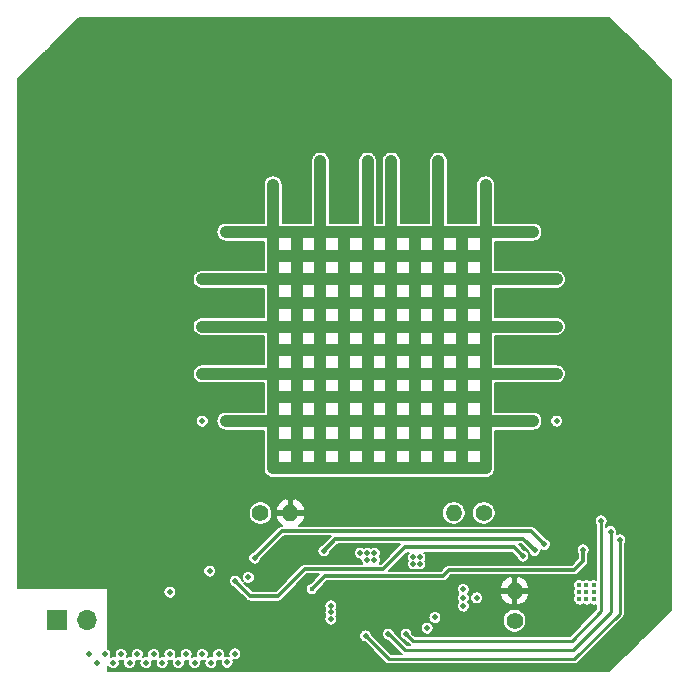
<source format=gbr>
%TF.GenerationSoftware,KiCad,Pcbnew,(5.1.8)-1*%
%TF.CreationDate,2021-09-17T09:19:23+08:00*%
%TF.ProjectId,WirelessPower,57697265-6c65-4737-9350-6f7765722e6b,rev?*%
%TF.SameCoordinates,Original*%
%TF.FileFunction,Copper,L2,Inr*%
%TF.FilePolarity,Positive*%
%FSLAX46Y46*%
G04 Gerber Fmt 4.6, Leading zero omitted, Abs format (unit mm)*
G04 Created by KiCad (PCBNEW (5.1.8)-1) date 2021-09-17 09:19:23*
%MOMM*%
%LPD*%
G01*
G04 APERTURE LIST*
%TA.AperFunction,ComponentPad*%
%ADD10O,1.400000X1.400000*%
%TD*%
%TA.AperFunction,ComponentPad*%
%ADD11C,1.400000*%
%TD*%
%TA.AperFunction,ComponentPad*%
%ADD12O,1.700000X1.700000*%
%TD*%
%TA.AperFunction,ComponentPad*%
%ADD13R,1.700000X1.700000*%
%TD*%
%TA.AperFunction,ViaPad*%
%ADD14C,0.500000*%
%TD*%
%TA.AperFunction,ViaPad*%
%ADD15C,0.450000*%
%TD*%
%TA.AperFunction,Conductor*%
%ADD16C,1.000000*%
%TD*%
%TA.AperFunction,Conductor*%
%ADD17C,0.300000*%
%TD*%
%TA.AperFunction,Conductor*%
%ADD18C,0.250000*%
%TD*%
%TA.AperFunction,Conductor*%
%ADD19C,0.200000*%
%TD*%
%TA.AperFunction,Conductor*%
%ADD20C,0.100000*%
%TD*%
G04 APERTURE END LIST*
D10*
%TO.N,Net-(C1-Pad1)*%
%TO.C,J6*%
X168870000Y-112050000D03*
D11*
%TO.N,Net-(C15-Pad2)*%
X171410000Y-112050000D03*
%TD*%
D10*
%TO.N,GND*%
%TO.C,TH2*%
X155030000Y-112060000D03*
D11*
%TO.N,Net-(TH2-Pad1)*%
X152490000Y-112060000D03*
%TD*%
D10*
%TO.N,GND*%
%TO.C,TH1*%
X174010000Y-118640000D03*
D11*
%TO.N,Net-(TH1-Pad1)*%
X174010000Y-121180000D03*
%TD*%
D12*
%TO.N,BAT-*%
%TO.C,BAT*%
X137790000Y-121090000D03*
D13*
%TO.N,BAT+*%
X135250000Y-121090000D03*
%TD*%
D14*
%TO.N,GND*%
X146130000Y-118430000D03*
D15*
X163440000Y-118280000D03*
D14*
X135570000Y-74270000D03*
D15*
X164040000Y-118280000D03*
X164640000Y-118280000D03*
X163440000Y-118880000D03*
X164040000Y-118880000D03*
X164640000Y-118880000D03*
X163440000Y-119480000D03*
X164040000Y-119480000D03*
X164640000Y-119480000D03*
X163440000Y-120080000D03*
X164040000Y-120080000D03*
X164640000Y-120080000D03*
X163440000Y-120680000D03*
X164040000Y-120680000D03*
X164640000Y-120680000D03*
D14*
X153930000Y-116100000D03*
X147130000Y-118430000D03*
X148130000Y-118430000D03*
X149130000Y-118430000D03*
X146130000Y-119430000D03*
X147130000Y-119430000D03*
X148130000Y-119430000D03*
X149130000Y-119430000D03*
X146130000Y-120430000D03*
X147130000Y-120430000D03*
X148130000Y-120430000D03*
X149130000Y-120430000D03*
X146130000Y-121430000D03*
X147130000Y-121430000D03*
X148130000Y-121430000D03*
X149130000Y-121430000D03*
X147130000Y-122420000D03*
X146130000Y-122420000D03*
X149130000Y-122420000D03*
X148130000Y-122420000D03*
X145110000Y-120430000D03*
X145110000Y-121430000D03*
X145110000Y-122420000D03*
X152970000Y-122540000D03*
X153970000Y-122540000D03*
X154970000Y-122540000D03*
X155970000Y-122540000D03*
X156970000Y-122540000D03*
X157970000Y-122540000D03*
X158970000Y-122540000D03*
X156870000Y-121200000D03*
X156870000Y-120090000D03*
X137570000Y-74270000D03*
X139570000Y-74270000D03*
X141570000Y-74270000D03*
X143570000Y-74270000D03*
X145570000Y-74270000D03*
X147570000Y-74270000D03*
X149570000Y-74270000D03*
X151570000Y-74270000D03*
X153570000Y-74270000D03*
X155570000Y-74270000D03*
X157570000Y-74270000D03*
X159570000Y-74270000D03*
X161570000Y-74270000D03*
X163570000Y-74270000D03*
X165570000Y-74270000D03*
X167570000Y-74270000D03*
X169570000Y-74270000D03*
X171570000Y-74270000D03*
X173570000Y-74270000D03*
X175570000Y-74270000D03*
X177570000Y-74270000D03*
X179570000Y-74270000D03*
X181570000Y-74270000D03*
X183570000Y-74270000D03*
X183570000Y-76270000D03*
X181570000Y-76270000D03*
X179570000Y-76270000D03*
X177570000Y-76270000D03*
X175570000Y-76270000D03*
X173570000Y-76270000D03*
X171570000Y-76270000D03*
X169570000Y-76270000D03*
X167570000Y-76270000D03*
X165570000Y-76270000D03*
X163570000Y-76270000D03*
X161570000Y-76270000D03*
X159570000Y-76270000D03*
X157570000Y-76270000D03*
X155570000Y-76270000D03*
X153570000Y-76270000D03*
X151570000Y-76270000D03*
X149570000Y-76270000D03*
X147570000Y-76270000D03*
X145570000Y-76270000D03*
X143570000Y-76270000D03*
X141570000Y-76270000D03*
X139570000Y-76270000D03*
X137570000Y-76270000D03*
X135570000Y-76270000D03*
X135570000Y-78270000D03*
X137570000Y-78270000D03*
X139570000Y-78270000D03*
X141570000Y-78270000D03*
X143570000Y-78270000D03*
X145570000Y-78270000D03*
X147570000Y-78270000D03*
X149570000Y-78270000D03*
X151570000Y-78270000D03*
X153570000Y-78270000D03*
X155570000Y-78270000D03*
X157570000Y-78270000D03*
X159570000Y-78270000D03*
X161570000Y-78270000D03*
X163570000Y-78270000D03*
X165570000Y-78270000D03*
X167570000Y-78270000D03*
X169570000Y-78270000D03*
X171570000Y-78270000D03*
X173570000Y-78270000D03*
X175570000Y-78270000D03*
X177570000Y-78270000D03*
X179570000Y-78270000D03*
X181570000Y-78270000D03*
X183570000Y-78270000D03*
X183570000Y-80270000D03*
X181570000Y-80270000D03*
X179570000Y-80270000D03*
X177570000Y-80270000D03*
X175570000Y-80270000D03*
X173570000Y-80270000D03*
X171570000Y-80270000D03*
X169570000Y-80270000D03*
X167570000Y-80270000D03*
X165570000Y-80270000D03*
X163570000Y-80270000D03*
X161570000Y-80270000D03*
X159570000Y-80270000D03*
X157570000Y-80270000D03*
X155570000Y-80270000D03*
X153570000Y-80270000D03*
X151570000Y-80270000D03*
X149570000Y-80270000D03*
X147570000Y-80270000D03*
X145570000Y-80270000D03*
X143570000Y-80270000D03*
X141570000Y-80270000D03*
X139570000Y-80270000D03*
X137570000Y-80270000D03*
X135570000Y-80270000D03*
X135570000Y-82270000D03*
X137570000Y-82270000D03*
X139570000Y-82270000D03*
X141570000Y-82270000D03*
X143570000Y-82270000D03*
X145570000Y-82270000D03*
X147570000Y-82270000D03*
X149570000Y-82270000D03*
X151570000Y-82270000D03*
X153570000Y-82270000D03*
X155570000Y-82270000D03*
X159570000Y-82270000D03*
X165570000Y-82270000D03*
X169570000Y-82270000D03*
X171570000Y-82270000D03*
X173570000Y-82270000D03*
X175570000Y-82270000D03*
X177570000Y-82270000D03*
X179570000Y-82270000D03*
X181570000Y-82270000D03*
X183570000Y-82270000D03*
X183570000Y-84270000D03*
X181570000Y-84270000D03*
X179570000Y-84270000D03*
X177570000Y-84270000D03*
X175570000Y-84270000D03*
X173570000Y-84270000D03*
X169570000Y-84270000D03*
X165570000Y-84270000D03*
X159570000Y-84270000D03*
X155570000Y-84270000D03*
X151570000Y-84270000D03*
X149570000Y-84270000D03*
X147570000Y-84270000D03*
X145570000Y-84270000D03*
X143570000Y-84270000D03*
X141570000Y-84270000D03*
X139570000Y-84270000D03*
X137570000Y-84270000D03*
X135570000Y-84270000D03*
X135570000Y-86270000D03*
X137570000Y-86270000D03*
X139570000Y-86270000D03*
X141570000Y-86270000D03*
X143570000Y-86270000D03*
X145570000Y-86270000D03*
X147570000Y-86270000D03*
X149570000Y-86270000D03*
X151570000Y-86270000D03*
X155570000Y-86270000D03*
X159570000Y-86270000D03*
X165570000Y-86270000D03*
X169570000Y-86270000D03*
X173570000Y-86270000D03*
X175570000Y-86270000D03*
X177570000Y-86270000D03*
X179570000Y-86270000D03*
X181570000Y-86270000D03*
X183570000Y-86270000D03*
X183570000Y-88270000D03*
X181570000Y-88270000D03*
X179570000Y-88270000D03*
X177570000Y-88270000D03*
X147570000Y-88270000D03*
X145570000Y-88270000D03*
X143570000Y-88270000D03*
X141570000Y-88270000D03*
X139570000Y-88270000D03*
X137570000Y-88270000D03*
X135570000Y-88270000D03*
X135570000Y-90270000D03*
X137570000Y-90270000D03*
X139570000Y-90270000D03*
X141570000Y-90270000D03*
X143570000Y-90270000D03*
X145570000Y-90270000D03*
X147570000Y-90270000D03*
X149570000Y-90270000D03*
X151570000Y-90270000D03*
X173570000Y-90270000D03*
X175570000Y-90270000D03*
X177570000Y-90270000D03*
X179570000Y-90270000D03*
X181570000Y-90270000D03*
X183570000Y-90270000D03*
X183570000Y-92270000D03*
X181570000Y-92270000D03*
X179570000Y-92270000D03*
X145570000Y-92270000D03*
X143570000Y-92270000D03*
X141570000Y-92270000D03*
X139570000Y-92270000D03*
X137570000Y-92270000D03*
X135570000Y-92270000D03*
X135570000Y-94270000D03*
X137570000Y-94270000D03*
X139570000Y-94270000D03*
X141570000Y-94270000D03*
X143570000Y-94270000D03*
X145570000Y-94270000D03*
X147570000Y-94270000D03*
X149570000Y-94270000D03*
X151570000Y-94270000D03*
X173570000Y-94270000D03*
X175570000Y-94270000D03*
X177570000Y-94270000D03*
X179570000Y-94270000D03*
X181570000Y-94270000D03*
X183570000Y-94270000D03*
X183570000Y-96270000D03*
X181570000Y-96270000D03*
X179570000Y-96270000D03*
X145570000Y-96270000D03*
X143570000Y-96270000D03*
X141570000Y-96270000D03*
X139570000Y-96270000D03*
X137570000Y-96270000D03*
X135570000Y-96270000D03*
X135570000Y-98270000D03*
X137570000Y-98270000D03*
X139570000Y-98270000D03*
X141570000Y-98270000D03*
X143570000Y-98270000D03*
X145570000Y-98270000D03*
X147570000Y-98270000D03*
X149570000Y-98270000D03*
X151570000Y-98270000D03*
X173570000Y-98270000D03*
X175570000Y-98270000D03*
X177570000Y-98270000D03*
X179570000Y-98270000D03*
X181570000Y-98270000D03*
X183570000Y-98270000D03*
X183570000Y-100270000D03*
X181570000Y-100270000D03*
X179570000Y-100270000D03*
X145570000Y-100270000D03*
X143570000Y-100270000D03*
X141570000Y-100270000D03*
X139570000Y-100270000D03*
X137570000Y-100270000D03*
X135570000Y-100270000D03*
X135570000Y-102270000D03*
X137570000Y-102270000D03*
X139570000Y-102270000D03*
X141570000Y-102270000D03*
X143570000Y-102270000D03*
X145570000Y-102270000D03*
X147570000Y-102270000D03*
X149570000Y-102270000D03*
X151570000Y-102270000D03*
X173570000Y-102270000D03*
X175570000Y-102270000D03*
X177570000Y-102270000D03*
X179570000Y-102270000D03*
X181570000Y-102270000D03*
X183570000Y-102270000D03*
X183570000Y-104270000D03*
X181570000Y-104270000D03*
X179570000Y-104270000D03*
X145570000Y-104270000D03*
X143570000Y-104270000D03*
X141570000Y-104270000D03*
X139570000Y-104270000D03*
X137570000Y-104270000D03*
X135570000Y-104270000D03*
X135570000Y-106270000D03*
X137570000Y-106270000D03*
X139570000Y-106270000D03*
X141570000Y-106270000D03*
X143570000Y-106270000D03*
X145570000Y-106270000D03*
X147570000Y-106270000D03*
X149570000Y-106270000D03*
X151570000Y-106270000D03*
X173570000Y-106270000D03*
X175570000Y-106270000D03*
X177570000Y-106270000D03*
X179570000Y-106270000D03*
X181570000Y-106270000D03*
X183570000Y-106270000D03*
X183570000Y-108270000D03*
X181570000Y-108270000D03*
X179570000Y-108270000D03*
X177570000Y-108270000D03*
X175570000Y-108270000D03*
X173570000Y-108270000D03*
X151570000Y-108270000D03*
X149570000Y-108270000D03*
X147570000Y-108270000D03*
X145570000Y-108270000D03*
X143570000Y-108270000D03*
X141570000Y-108270000D03*
X139570000Y-108270000D03*
X137570000Y-108270000D03*
X135570000Y-108270000D03*
X153930000Y-117010000D03*
X153610000Y-116560000D03*
%TO.N,BAT+*%
X138660000Y-124720000D03*
X140036250Y-124720000D03*
X141412500Y-124720000D03*
X142788750Y-124720000D03*
X144165000Y-124720000D03*
X145541250Y-124720000D03*
X146917500Y-124720000D03*
X148293750Y-124720000D03*
X149670000Y-124690000D03*
D15*
X179500000Y-118160000D03*
D14*
X144825000Y-124020000D03*
X147577500Y-124020000D03*
X150330000Y-123990000D03*
X148953750Y-124020000D03*
X146201250Y-124020000D03*
X142072500Y-124020000D03*
X139320000Y-124020000D03*
X143448750Y-124020000D03*
X140696250Y-124020000D03*
D15*
X180100000Y-118160000D03*
X180700000Y-118160000D03*
X179500000Y-118760000D03*
X180100000Y-118760000D03*
X180700000Y-118760000D03*
X179500000Y-119360000D03*
X180100000Y-119360000D03*
X180700000Y-119360000D03*
D14*
X137990000Y-124000000D03*
%TO.N,Net-(C1-Pad2)*%
X158450000Y-119910000D03*
X158450000Y-121040000D03*
X160960000Y-115460000D03*
X158450000Y-120475000D03*
X161550000Y-115460000D03*
X162140000Y-115460000D03*
X161550000Y-116050000D03*
X162140000Y-116050000D03*
%TO.N,Net-(C1-Pad1)*%
X157570000Y-82270000D03*
X161570000Y-82270000D03*
X163570000Y-82270000D03*
X167570000Y-82270000D03*
X171570000Y-84270000D03*
X167570000Y-84270000D03*
X163570000Y-84270000D03*
X161570000Y-84270000D03*
X157570000Y-84270000D03*
X153570000Y-84270000D03*
X153570000Y-86270000D03*
X157570000Y-86270000D03*
X161570000Y-86270000D03*
X163570000Y-86270000D03*
X167570000Y-86270000D03*
X171570000Y-86270000D03*
X175570000Y-88270000D03*
X173570000Y-88270000D03*
X171570000Y-88270000D03*
X169570000Y-88270000D03*
X167570000Y-88270000D03*
X165570000Y-88270000D03*
X163570000Y-88270000D03*
X161570000Y-88270000D03*
X159570000Y-88270000D03*
X157570000Y-88270000D03*
X155570000Y-88270000D03*
X153570000Y-88270000D03*
X151570000Y-88270000D03*
X149570000Y-88270000D03*
X153570000Y-90270000D03*
X155570000Y-90270000D03*
X159570000Y-90270000D03*
X165570000Y-90270000D03*
X169570000Y-90270000D03*
X171570000Y-90270000D03*
X177570000Y-92270000D03*
X175570000Y-92270000D03*
X173570000Y-92270000D03*
X171570000Y-92270000D03*
X169570000Y-92270000D03*
X165570000Y-92270000D03*
X159570000Y-92270000D03*
X155570000Y-92270000D03*
X153570000Y-92270000D03*
X151570000Y-92270000D03*
X149570000Y-92270000D03*
X147570000Y-92270000D03*
X177570000Y-96270000D03*
X175570000Y-96270000D03*
X173570000Y-96270000D03*
X171570000Y-96270000D03*
X169570000Y-96270000D03*
X155570000Y-96270000D03*
X153570000Y-96270000D03*
X151570000Y-96270000D03*
X149570000Y-96270000D03*
X147570000Y-96270000D03*
X177570000Y-100270000D03*
X175570000Y-100270000D03*
X173570000Y-100270000D03*
X171570000Y-100270000D03*
X169570000Y-100270000D03*
X155570000Y-100270000D03*
X153570000Y-100270000D03*
X151570000Y-100270000D03*
X149570000Y-100270000D03*
X147570000Y-100270000D03*
X177570000Y-104270000D03*
X175570000Y-104270000D03*
X173570000Y-104270000D03*
X171570000Y-104270000D03*
X169570000Y-104270000D03*
X155570000Y-104270000D03*
X153570000Y-104270000D03*
X151570000Y-104270000D03*
X149570000Y-104270000D03*
X147570000Y-104270000D03*
X171570000Y-108270000D03*
X169570000Y-108270000D03*
X155570000Y-108270000D03*
X153570000Y-108270000D03*
X157570000Y-90270000D03*
X161570000Y-90270000D03*
X163570000Y-90270000D03*
X167570000Y-90270000D03*
X167570000Y-92270000D03*
X163570000Y-92270000D03*
X161570000Y-92270000D03*
X157570000Y-92270000D03*
X153570000Y-94270000D03*
X155570000Y-94270000D03*
X157570000Y-94270000D03*
X159570000Y-94270000D03*
X161570000Y-94270000D03*
X163570000Y-94270000D03*
X165570000Y-94270000D03*
X167570000Y-94270000D03*
X169570000Y-94270000D03*
X171570000Y-94270000D03*
X167570000Y-96270000D03*
X165570000Y-96270000D03*
X163570000Y-96270000D03*
X161570000Y-96270000D03*
X159570000Y-96270000D03*
X157570000Y-96270000D03*
X153570000Y-98270000D03*
X155570000Y-98270000D03*
X157570000Y-98270000D03*
X159570000Y-98270000D03*
X161570000Y-98270000D03*
X163570000Y-98270000D03*
X165570000Y-98270000D03*
X167570000Y-98270000D03*
X169570000Y-98270000D03*
X171570000Y-98270000D03*
X167570000Y-100270000D03*
X165570000Y-100270000D03*
X163570000Y-100270000D03*
X161570000Y-100270000D03*
X159570000Y-100270000D03*
X157570000Y-100270000D03*
X153570000Y-102270000D03*
X155570000Y-102270000D03*
X157570000Y-102270000D03*
X159570000Y-102270000D03*
X161570000Y-102270000D03*
X163570000Y-102270000D03*
X165570000Y-102270000D03*
X167570000Y-102270000D03*
X169570000Y-102270000D03*
X171570000Y-102270000D03*
X167570000Y-104270000D03*
X165570000Y-104270000D03*
X163570000Y-104270000D03*
X161570000Y-104270000D03*
X159570000Y-104270000D03*
X157570000Y-104270000D03*
X153570000Y-106270000D03*
X155570000Y-106270000D03*
X157570000Y-106270000D03*
X159570000Y-106270000D03*
X161570000Y-106270000D03*
X163570000Y-106270000D03*
X165570000Y-106270000D03*
X167570000Y-106270000D03*
X169570000Y-106270000D03*
X171570000Y-106270000D03*
X167570000Y-108270000D03*
X165570000Y-108270000D03*
X163570000Y-108270000D03*
X161570000Y-108270000D03*
X159570000Y-108270000D03*
X157570000Y-108270000D03*
%TO.N,Net-(R1-Pad1)*%
X170800000Y-119240000D03*
X167260000Y-120900000D03*
%TO.N,BAT_ISET*%
X152010000Y-115870000D03*
X176540000Y-114710000D03*
%TO.N,Net-(TH1-Pad1)*%
X166600000Y-121810000D03*
%TO.N,Net-(TH2-Pad1)*%
X151469993Y-117510007D03*
%TO.N,Net-(U1-Pad2)*%
X148200000Y-116970000D03*
X144830000Y-118760000D03*
D15*
%TO.N,REG_power*%
X156860000Y-118500000D03*
D14*
X179820000Y-115170000D03*
%TO.N,REG_EN2*%
X164820000Y-122310000D03*
X181350000Y-112710000D03*
%TO.N,REG_EN1*%
X163320000Y-122310000D03*
X182140000Y-113640000D03*
%TO.N,REG_CHG*%
X161400000Y-122460000D03*
X182920000Y-114330000D03*
%TO.N,BAT_PG*%
X157860000Y-115250000D03*
X175700000Y-115210000D03*
%TO.N,BAT_CHG*%
X150370000Y-117820000D03*
X174710000Y-115710000D03*
%TO.N,Net-(C15-Pad2)*%
X165990000Y-116370000D03*
X169680000Y-118520000D03*
X169680000Y-119940000D03*
X165440000Y-116370000D03*
X165990000Y-115820000D03*
X165440000Y-115820000D03*
X169680000Y-119230000D03*
%TD*%
D16*
%TO.N,Net-(C1-Pad1)*%
X153570000Y-88270000D02*
X171570000Y-88270000D01*
X153570000Y-88270000D02*
X153570000Y-108270000D01*
X153570000Y-108270000D02*
X171570000Y-108270000D01*
X153570000Y-92270000D02*
X171570000Y-92270000D01*
X171570000Y-96270000D02*
X153570000Y-96270000D01*
X171360000Y-100270000D02*
X171570000Y-100060000D01*
X153570000Y-100270000D02*
X171360000Y-100270000D01*
X171570000Y-100060000D02*
X171570000Y-88270000D01*
X171570000Y-108270000D02*
X171570000Y-100060000D01*
X171570000Y-104270000D02*
X153570000Y-104270000D01*
X157570000Y-88270000D02*
X157570000Y-108270000D01*
X161570000Y-108270000D02*
X161570000Y-88270000D01*
X163570000Y-88270000D02*
X163570000Y-108270000D01*
X165570000Y-108270000D02*
X165570000Y-88270000D01*
X167570000Y-88270000D02*
X167570000Y-108270000D01*
X169570000Y-108270000D02*
X169570000Y-88270000D01*
X155570000Y-88270000D02*
X155570000Y-108270000D01*
X159570000Y-108270000D02*
X159570000Y-88270000D01*
X153570000Y-90270000D02*
X171570000Y-90270000D01*
X171570000Y-94270000D02*
X153570000Y-94270000D01*
X153570000Y-98270000D02*
X171570000Y-98270000D01*
X171570000Y-102270000D02*
X153570000Y-102270000D01*
X153570000Y-106270000D02*
X171570000Y-106270000D01*
X171570000Y-92270000D02*
X177570000Y-92270000D01*
X175570000Y-88270000D02*
X171570000Y-88270000D01*
X171570000Y-96270000D02*
X177570000Y-96270000D01*
X171780000Y-100270000D02*
X171570000Y-100060000D01*
X177570000Y-100270000D02*
X171780000Y-100270000D01*
X153570000Y-100270000D02*
X147570000Y-100270000D01*
X147570000Y-96270000D02*
X153570000Y-96270000D01*
X153570000Y-92270000D02*
X147570000Y-92270000D01*
X153570000Y-88270000D02*
X149570000Y-88270000D01*
X153570000Y-88270000D02*
X153570000Y-84270000D01*
X157570000Y-88270000D02*
X157570000Y-82270000D01*
X161570000Y-82270000D02*
X161570000Y-88270000D01*
X163570000Y-88270000D02*
X163570000Y-82270000D01*
X167570000Y-82270000D02*
X167570000Y-88270000D01*
X171570000Y-84270000D02*
X171570000Y-88270000D01*
X175570000Y-104270000D02*
X171570000Y-104270000D01*
X153570000Y-104270000D02*
X149570000Y-104270000D01*
D17*
%TO.N,BAT_ISET*%
X175410000Y-113580000D02*
X176540000Y-114710000D01*
X154290000Y-113580000D02*
X175410000Y-113580000D01*
X152010000Y-115860000D02*
X154290000Y-113580000D01*
X152010000Y-115870000D02*
X152010000Y-115860000D01*
%TO.N,REG_power*%
X179820000Y-115170000D02*
X179820000Y-115170000D01*
X179820000Y-116080000D02*
X179820000Y-115170000D01*
X179020000Y-116880000D02*
X179820000Y-116080000D01*
X168480000Y-116880000D02*
X179020000Y-116880000D01*
X167960000Y-117400000D02*
X168480000Y-116880000D01*
X157970000Y-117400000D02*
X167960000Y-117400000D01*
X156870000Y-118500000D02*
X157970000Y-117400000D01*
X156860000Y-118500000D02*
X156870000Y-118500000D01*
D18*
%TO.N,REG_EN2*%
X181350000Y-120390000D02*
X181350000Y-112710000D01*
X178860000Y-122880000D02*
X181350000Y-120390000D01*
X165390000Y-122880000D02*
X178860000Y-122880000D01*
X164820000Y-122310000D02*
X165390000Y-122880000D01*
%TO.N,REG_EN1*%
X178920000Y-123670000D02*
X182140000Y-120450000D01*
X182140000Y-120450000D02*
X182140000Y-113640000D01*
X164720000Y-123670000D02*
X178920000Y-123670000D01*
X163360000Y-122310000D02*
X164720000Y-123670000D01*
X163320000Y-122310000D02*
X163360000Y-122310000D01*
%TO.N,REG_CHG*%
X161400000Y-122460000D02*
X163370000Y-124430000D01*
X163370000Y-124430000D02*
X179080000Y-124430000D01*
X179080000Y-124430000D02*
X182920000Y-120590000D01*
X182920000Y-120590000D02*
X182920000Y-114330000D01*
D17*
%TO.N,BAT_PG*%
X174760000Y-114270000D02*
X175700000Y-115210000D01*
X158840000Y-114270000D02*
X174760000Y-114270000D01*
X157860000Y-115250000D02*
X158840000Y-114270000D01*
%TO.N,BAT_CHG*%
X173960000Y-114960000D02*
X174710000Y-115710000D01*
X164720000Y-114960000D02*
X173960000Y-114960000D01*
X162890000Y-116790000D02*
X164720000Y-114960000D01*
X156280000Y-116790000D02*
X162890000Y-116790000D01*
X153970000Y-119100000D02*
X156280000Y-116790000D01*
X151650000Y-119100000D02*
X153970000Y-119100000D01*
X150370000Y-117820000D02*
X151650000Y-119100000D01*
%TD*%
D19*
%TO.N,GND*%
X184358424Y-72426805D02*
X184369336Y-72453149D01*
X184522549Y-72682448D01*
X184717552Y-72877451D01*
X184946851Y-73030664D01*
X184973195Y-73041576D01*
X187285000Y-75353381D01*
X187285002Y-120227945D01*
X184975462Y-122537485D01*
X184946851Y-122549336D01*
X184717552Y-122702549D01*
X184522549Y-122897552D01*
X184369336Y-123126851D01*
X184357485Y-123155462D01*
X182047947Y-125465000D01*
X139559273Y-125465002D01*
X139561319Y-124999189D01*
X139609037Y-125070604D01*
X139685646Y-125147213D01*
X139775727Y-125207403D01*
X139875821Y-125248864D01*
X139982080Y-125270000D01*
X140090420Y-125270000D01*
X140196679Y-125248864D01*
X140296773Y-125207403D01*
X140386854Y-125147213D01*
X140463463Y-125070604D01*
X140523653Y-124980523D01*
X140565114Y-124880429D01*
X140586250Y-124774170D01*
X140586250Y-124665830D01*
X140565114Y-124559571D01*
X140562911Y-124554252D01*
X140642080Y-124570000D01*
X140750420Y-124570000D01*
X140856679Y-124548864D01*
X140894573Y-124533168D01*
X140883636Y-124559571D01*
X140862500Y-124665830D01*
X140862500Y-124774170D01*
X140883636Y-124880429D01*
X140925097Y-124980523D01*
X140985287Y-125070604D01*
X141061896Y-125147213D01*
X141151977Y-125207403D01*
X141252071Y-125248864D01*
X141358330Y-125270000D01*
X141466670Y-125270000D01*
X141572929Y-125248864D01*
X141673023Y-125207403D01*
X141763104Y-125147213D01*
X141839713Y-125070604D01*
X141899903Y-124980523D01*
X141941364Y-124880429D01*
X141962500Y-124774170D01*
X141962500Y-124665830D01*
X141941364Y-124559571D01*
X141939161Y-124554252D01*
X142018330Y-124570000D01*
X142126670Y-124570000D01*
X142232929Y-124548864D01*
X142270823Y-124533168D01*
X142259886Y-124559571D01*
X142238750Y-124665830D01*
X142238750Y-124774170D01*
X142259886Y-124880429D01*
X142301347Y-124980523D01*
X142361537Y-125070604D01*
X142438146Y-125147213D01*
X142528227Y-125207403D01*
X142628321Y-125248864D01*
X142734580Y-125270000D01*
X142842920Y-125270000D01*
X142949179Y-125248864D01*
X143049273Y-125207403D01*
X143139354Y-125147213D01*
X143215963Y-125070604D01*
X143276153Y-124980523D01*
X143317614Y-124880429D01*
X143338750Y-124774170D01*
X143338750Y-124665830D01*
X143317614Y-124559571D01*
X143315411Y-124554252D01*
X143394580Y-124570000D01*
X143502920Y-124570000D01*
X143609179Y-124548864D01*
X143647073Y-124533168D01*
X143636136Y-124559571D01*
X143615000Y-124665830D01*
X143615000Y-124774170D01*
X143636136Y-124880429D01*
X143677597Y-124980523D01*
X143737787Y-125070604D01*
X143814396Y-125147213D01*
X143904477Y-125207403D01*
X144004571Y-125248864D01*
X144110830Y-125270000D01*
X144219170Y-125270000D01*
X144325429Y-125248864D01*
X144425523Y-125207403D01*
X144515604Y-125147213D01*
X144592213Y-125070604D01*
X144652403Y-124980523D01*
X144693864Y-124880429D01*
X144715000Y-124774170D01*
X144715000Y-124665830D01*
X144693864Y-124559571D01*
X144691661Y-124554252D01*
X144770830Y-124570000D01*
X144879170Y-124570000D01*
X144985429Y-124548864D01*
X145023323Y-124533168D01*
X145012386Y-124559571D01*
X144991250Y-124665830D01*
X144991250Y-124774170D01*
X145012386Y-124880429D01*
X145053847Y-124980523D01*
X145114037Y-125070604D01*
X145190646Y-125147213D01*
X145280727Y-125207403D01*
X145380821Y-125248864D01*
X145487080Y-125270000D01*
X145595420Y-125270000D01*
X145701679Y-125248864D01*
X145801773Y-125207403D01*
X145891854Y-125147213D01*
X145968463Y-125070604D01*
X146028653Y-124980523D01*
X146070114Y-124880429D01*
X146091250Y-124774170D01*
X146091250Y-124665830D01*
X146070114Y-124559571D01*
X146067911Y-124554252D01*
X146147080Y-124570000D01*
X146255420Y-124570000D01*
X146361679Y-124548864D01*
X146399573Y-124533168D01*
X146388636Y-124559571D01*
X146367500Y-124665830D01*
X146367500Y-124774170D01*
X146388636Y-124880429D01*
X146430097Y-124980523D01*
X146490287Y-125070604D01*
X146566896Y-125147213D01*
X146656977Y-125207403D01*
X146757071Y-125248864D01*
X146863330Y-125270000D01*
X146971670Y-125270000D01*
X147077929Y-125248864D01*
X147178023Y-125207403D01*
X147268104Y-125147213D01*
X147344713Y-125070604D01*
X147404903Y-124980523D01*
X147446364Y-124880429D01*
X147467500Y-124774170D01*
X147467500Y-124665830D01*
X147446364Y-124559571D01*
X147444161Y-124554252D01*
X147523330Y-124570000D01*
X147631670Y-124570000D01*
X147737929Y-124548864D01*
X147775823Y-124533168D01*
X147764886Y-124559571D01*
X147743750Y-124665830D01*
X147743750Y-124774170D01*
X147764886Y-124880429D01*
X147806347Y-124980523D01*
X147866537Y-125070604D01*
X147943146Y-125147213D01*
X148033227Y-125207403D01*
X148133321Y-125248864D01*
X148239580Y-125270000D01*
X148347920Y-125270000D01*
X148454179Y-125248864D01*
X148554273Y-125207403D01*
X148644354Y-125147213D01*
X148720963Y-125070604D01*
X148781153Y-124980523D01*
X148822614Y-124880429D01*
X148843750Y-124774170D01*
X148843750Y-124665830D01*
X148822614Y-124559571D01*
X148820411Y-124554252D01*
X148899580Y-124570000D01*
X149007920Y-124570000D01*
X149114179Y-124548864D01*
X149139374Y-124538428D01*
X149120000Y-124635830D01*
X149120000Y-124744170D01*
X149141136Y-124850429D01*
X149182597Y-124950523D01*
X149242787Y-125040604D01*
X149319396Y-125117213D01*
X149409477Y-125177403D01*
X149509571Y-125218864D01*
X149615830Y-125240000D01*
X149724170Y-125240000D01*
X149830429Y-125218864D01*
X149930523Y-125177403D01*
X150020604Y-125117213D01*
X150097213Y-125040604D01*
X150157403Y-124950523D01*
X150198864Y-124850429D01*
X150220000Y-124744170D01*
X150220000Y-124635830D01*
X150198864Y-124529571D01*
X150196661Y-124524252D01*
X150275830Y-124540000D01*
X150384170Y-124540000D01*
X150490429Y-124518864D01*
X150590523Y-124477403D01*
X150680604Y-124417213D01*
X150757213Y-124340604D01*
X150817403Y-124250523D01*
X150858864Y-124150429D01*
X150880000Y-124044170D01*
X150880000Y-123935830D01*
X150858864Y-123829571D01*
X150817403Y-123729477D01*
X150757213Y-123639396D01*
X150680604Y-123562787D01*
X150590523Y-123502597D01*
X150490429Y-123461136D01*
X150384170Y-123440000D01*
X150275830Y-123440000D01*
X150169571Y-123461136D01*
X150069477Y-123502597D01*
X149979396Y-123562787D01*
X149902787Y-123639396D01*
X149842597Y-123729477D01*
X149801136Y-123829571D01*
X149780000Y-123935830D01*
X149780000Y-124044170D01*
X149801136Y-124150429D01*
X149803339Y-124155748D01*
X149724170Y-124140000D01*
X149615830Y-124140000D01*
X149509571Y-124161136D01*
X149484376Y-124171572D01*
X149503750Y-124074170D01*
X149503750Y-123965830D01*
X149482614Y-123859571D01*
X149441153Y-123759477D01*
X149380963Y-123669396D01*
X149304354Y-123592787D01*
X149214273Y-123532597D01*
X149114179Y-123491136D01*
X149007920Y-123470000D01*
X148899580Y-123470000D01*
X148793321Y-123491136D01*
X148693227Y-123532597D01*
X148603146Y-123592787D01*
X148526537Y-123669396D01*
X148466347Y-123759477D01*
X148424886Y-123859571D01*
X148403750Y-123965830D01*
X148403750Y-124074170D01*
X148424886Y-124180429D01*
X148427089Y-124185748D01*
X148347920Y-124170000D01*
X148239580Y-124170000D01*
X148133321Y-124191136D01*
X148095427Y-124206832D01*
X148106364Y-124180429D01*
X148127500Y-124074170D01*
X148127500Y-123965830D01*
X148106364Y-123859571D01*
X148064903Y-123759477D01*
X148004713Y-123669396D01*
X147928104Y-123592787D01*
X147838023Y-123532597D01*
X147737929Y-123491136D01*
X147631670Y-123470000D01*
X147523330Y-123470000D01*
X147417071Y-123491136D01*
X147316977Y-123532597D01*
X147226896Y-123592787D01*
X147150287Y-123669396D01*
X147090097Y-123759477D01*
X147048636Y-123859571D01*
X147027500Y-123965830D01*
X147027500Y-124074170D01*
X147048636Y-124180429D01*
X147050839Y-124185748D01*
X146971670Y-124170000D01*
X146863330Y-124170000D01*
X146757071Y-124191136D01*
X146719177Y-124206832D01*
X146730114Y-124180429D01*
X146751250Y-124074170D01*
X146751250Y-123965830D01*
X146730114Y-123859571D01*
X146688653Y-123759477D01*
X146628463Y-123669396D01*
X146551854Y-123592787D01*
X146461773Y-123532597D01*
X146361679Y-123491136D01*
X146255420Y-123470000D01*
X146147080Y-123470000D01*
X146040821Y-123491136D01*
X145940727Y-123532597D01*
X145850646Y-123592787D01*
X145774037Y-123669396D01*
X145713847Y-123759477D01*
X145672386Y-123859571D01*
X145651250Y-123965830D01*
X145651250Y-124074170D01*
X145672386Y-124180429D01*
X145674589Y-124185748D01*
X145595420Y-124170000D01*
X145487080Y-124170000D01*
X145380821Y-124191136D01*
X145342927Y-124206832D01*
X145353864Y-124180429D01*
X145375000Y-124074170D01*
X145375000Y-123965830D01*
X145353864Y-123859571D01*
X145312403Y-123759477D01*
X145252213Y-123669396D01*
X145175604Y-123592787D01*
X145085523Y-123532597D01*
X144985429Y-123491136D01*
X144879170Y-123470000D01*
X144770830Y-123470000D01*
X144664571Y-123491136D01*
X144564477Y-123532597D01*
X144474396Y-123592787D01*
X144397787Y-123669396D01*
X144337597Y-123759477D01*
X144296136Y-123859571D01*
X144275000Y-123965830D01*
X144275000Y-124074170D01*
X144296136Y-124180429D01*
X144298339Y-124185748D01*
X144219170Y-124170000D01*
X144110830Y-124170000D01*
X144004571Y-124191136D01*
X143966677Y-124206832D01*
X143977614Y-124180429D01*
X143998750Y-124074170D01*
X143998750Y-123965830D01*
X143977614Y-123859571D01*
X143936153Y-123759477D01*
X143875963Y-123669396D01*
X143799354Y-123592787D01*
X143709273Y-123532597D01*
X143609179Y-123491136D01*
X143502920Y-123470000D01*
X143394580Y-123470000D01*
X143288321Y-123491136D01*
X143188227Y-123532597D01*
X143098146Y-123592787D01*
X143021537Y-123669396D01*
X142961347Y-123759477D01*
X142919886Y-123859571D01*
X142898750Y-123965830D01*
X142898750Y-124074170D01*
X142919886Y-124180429D01*
X142922089Y-124185748D01*
X142842920Y-124170000D01*
X142734580Y-124170000D01*
X142628321Y-124191136D01*
X142590427Y-124206832D01*
X142601364Y-124180429D01*
X142622500Y-124074170D01*
X142622500Y-123965830D01*
X142601364Y-123859571D01*
X142559903Y-123759477D01*
X142499713Y-123669396D01*
X142423104Y-123592787D01*
X142333023Y-123532597D01*
X142232929Y-123491136D01*
X142126670Y-123470000D01*
X142018330Y-123470000D01*
X141912071Y-123491136D01*
X141811977Y-123532597D01*
X141721896Y-123592787D01*
X141645287Y-123669396D01*
X141585097Y-123759477D01*
X141543636Y-123859571D01*
X141522500Y-123965830D01*
X141522500Y-124074170D01*
X141543636Y-124180429D01*
X141545839Y-124185748D01*
X141466670Y-124170000D01*
X141358330Y-124170000D01*
X141252071Y-124191136D01*
X141214177Y-124206832D01*
X141225114Y-124180429D01*
X141246250Y-124074170D01*
X141246250Y-123965830D01*
X141225114Y-123859571D01*
X141183653Y-123759477D01*
X141123463Y-123669396D01*
X141046854Y-123592787D01*
X140956773Y-123532597D01*
X140856679Y-123491136D01*
X140750420Y-123470000D01*
X140642080Y-123470000D01*
X140535821Y-123491136D01*
X140435727Y-123532597D01*
X140345646Y-123592787D01*
X140269037Y-123669396D01*
X140208847Y-123759477D01*
X140167386Y-123859571D01*
X140146250Y-123965830D01*
X140146250Y-124074170D01*
X140167386Y-124180429D01*
X140169589Y-124185748D01*
X140090420Y-124170000D01*
X139982080Y-124170000D01*
X139875821Y-124191136D01*
X139837927Y-124206832D01*
X139848864Y-124180429D01*
X139870000Y-124074170D01*
X139870000Y-123965830D01*
X139848864Y-123859571D01*
X139807403Y-123759477D01*
X139747213Y-123669396D01*
X139670604Y-123592787D01*
X139580523Y-123532597D01*
X139567785Y-123527321D01*
X139572711Y-122405830D01*
X160850000Y-122405830D01*
X160850000Y-122514170D01*
X160871136Y-122620429D01*
X160912597Y-122720523D01*
X160972787Y-122810604D01*
X161049396Y-122887213D01*
X161139477Y-122947403D01*
X161239571Y-122988864D01*
X161345830Y-123010000D01*
X161348960Y-123010000D01*
X163054721Y-124715762D01*
X163068026Y-124731974D01*
X163132740Y-124785084D01*
X163165975Y-124802848D01*
X163206572Y-124824548D01*
X163251004Y-124838026D01*
X163286686Y-124848850D01*
X163349126Y-124855000D01*
X163349133Y-124855000D01*
X163370000Y-124857055D01*
X163390867Y-124855000D01*
X179059133Y-124855000D01*
X179080000Y-124857055D01*
X179100867Y-124855000D01*
X179100874Y-124855000D01*
X179163314Y-124848850D01*
X179243427Y-124824548D01*
X179317260Y-124785084D01*
X179381974Y-124731974D01*
X179395284Y-124715757D01*
X183205763Y-120905278D01*
X183221974Y-120891974D01*
X183275084Y-120827260D01*
X183314548Y-120753427D01*
X183338850Y-120673314D01*
X183345000Y-120610874D01*
X183345000Y-120610868D01*
X183347055Y-120590001D01*
X183345000Y-120569134D01*
X183345000Y-114682817D01*
X183347213Y-114680604D01*
X183407403Y-114590523D01*
X183448864Y-114490429D01*
X183470000Y-114384170D01*
X183470000Y-114275830D01*
X183448864Y-114169571D01*
X183407403Y-114069477D01*
X183347213Y-113979396D01*
X183270604Y-113902787D01*
X183180523Y-113842597D01*
X183080429Y-113801136D01*
X182974170Y-113780000D01*
X182865830Y-113780000D01*
X182759571Y-113801136D01*
X182659477Y-113842597D01*
X182648305Y-113850062D01*
X182668864Y-113800429D01*
X182690000Y-113694170D01*
X182690000Y-113585830D01*
X182668864Y-113479571D01*
X182627403Y-113379477D01*
X182567213Y-113289396D01*
X182490604Y-113212787D01*
X182400523Y-113152597D01*
X182300429Y-113111136D01*
X182194170Y-113090000D01*
X182085830Y-113090000D01*
X181979571Y-113111136D01*
X181879477Y-113152597D01*
X181789396Y-113212787D01*
X181775000Y-113227183D01*
X181775000Y-113062817D01*
X181777213Y-113060604D01*
X181837403Y-112970523D01*
X181878864Y-112870429D01*
X181900000Y-112764170D01*
X181900000Y-112655830D01*
X181878864Y-112549571D01*
X181837403Y-112449477D01*
X181777213Y-112359396D01*
X181700604Y-112282787D01*
X181610523Y-112222597D01*
X181510429Y-112181136D01*
X181404170Y-112160000D01*
X181295830Y-112160000D01*
X181189571Y-112181136D01*
X181089477Y-112222597D01*
X180999396Y-112282787D01*
X180922787Y-112359396D01*
X180862597Y-112449477D01*
X180821136Y-112549571D01*
X180800000Y-112655830D01*
X180800000Y-112764170D01*
X180821136Y-112870429D01*
X180862597Y-112970523D01*
X180922787Y-113060604D01*
X180925001Y-113062818D01*
X180925000Y-117684942D01*
X180853137Y-117655176D01*
X180751708Y-117635000D01*
X180648292Y-117635000D01*
X180546863Y-117655176D01*
X180451319Y-117694751D01*
X180400000Y-117729041D01*
X180348681Y-117694751D01*
X180253137Y-117655176D01*
X180151708Y-117635000D01*
X180048292Y-117635000D01*
X179946863Y-117655176D01*
X179851319Y-117694751D01*
X179800000Y-117729041D01*
X179748681Y-117694751D01*
X179653137Y-117655176D01*
X179551708Y-117635000D01*
X179448292Y-117635000D01*
X179346863Y-117655176D01*
X179251319Y-117694751D01*
X179165332Y-117752206D01*
X179092206Y-117825332D01*
X179034751Y-117911319D01*
X178995176Y-118006863D01*
X178975000Y-118108292D01*
X178975000Y-118211708D01*
X178995176Y-118313137D01*
X179034751Y-118408681D01*
X179069041Y-118460000D01*
X179034751Y-118511319D01*
X178995176Y-118606863D01*
X178975000Y-118708292D01*
X178975000Y-118811708D01*
X178995176Y-118913137D01*
X179034751Y-119008681D01*
X179069041Y-119060000D01*
X179034751Y-119111319D01*
X178995176Y-119206863D01*
X178975000Y-119308292D01*
X178975000Y-119411708D01*
X178995176Y-119513137D01*
X179034751Y-119608681D01*
X179092206Y-119694668D01*
X179165332Y-119767794D01*
X179251319Y-119825249D01*
X179346863Y-119864824D01*
X179448292Y-119885000D01*
X179551708Y-119885000D01*
X179653137Y-119864824D01*
X179748681Y-119825249D01*
X179800000Y-119790959D01*
X179851319Y-119825249D01*
X179946863Y-119864824D01*
X180048292Y-119885000D01*
X180151708Y-119885000D01*
X180253137Y-119864824D01*
X180348681Y-119825249D01*
X180400000Y-119790959D01*
X180451319Y-119825249D01*
X180546863Y-119864824D01*
X180648292Y-119885000D01*
X180751708Y-119885000D01*
X180853137Y-119864824D01*
X180925000Y-119835058D01*
X180925000Y-120213959D01*
X178683960Y-122455000D01*
X165566041Y-122455000D01*
X165370000Y-122258960D01*
X165370000Y-122255830D01*
X165348864Y-122149571D01*
X165307403Y-122049477D01*
X165247213Y-121959396D01*
X165170604Y-121882787D01*
X165080523Y-121822597D01*
X164980429Y-121781136D01*
X164874170Y-121760000D01*
X164765830Y-121760000D01*
X164659571Y-121781136D01*
X164559477Y-121822597D01*
X164469396Y-121882787D01*
X164392787Y-121959396D01*
X164332597Y-122049477D01*
X164291136Y-122149571D01*
X164270000Y-122255830D01*
X164270000Y-122364170D01*
X164291136Y-122470429D01*
X164332597Y-122570523D01*
X164392787Y-122660604D01*
X164469396Y-122737213D01*
X164559477Y-122797403D01*
X164659571Y-122838864D01*
X164765830Y-122860000D01*
X164768960Y-122860000D01*
X165074721Y-123165762D01*
X165088026Y-123181974D01*
X165152740Y-123235084D01*
X165171292Y-123245000D01*
X164896041Y-123245000D01*
X163860845Y-122209805D01*
X163848864Y-122149571D01*
X163807403Y-122049477D01*
X163747213Y-121959396D01*
X163670604Y-121882787D01*
X163580523Y-121822597D01*
X163480429Y-121781136D01*
X163374170Y-121760000D01*
X163265830Y-121760000D01*
X163159571Y-121781136D01*
X163059477Y-121822597D01*
X162969396Y-121882787D01*
X162892787Y-121959396D01*
X162832597Y-122049477D01*
X162791136Y-122149571D01*
X162770000Y-122255830D01*
X162770000Y-122364170D01*
X162791136Y-122470429D01*
X162832597Y-122570523D01*
X162892787Y-122660604D01*
X162969396Y-122737213D01*
X163059477Y-122797403D01*
X163159571Y-122838864D01*
X163265830Y-122860000D01*
X163308960Y-122860000D01*
X164404721Y-123955762D01*
X164418026Y-123971974D01*
X164458268Y-124005000D01*
X163546041Y-124005000D01*
X161950000Y-122408960D01*
X161950000Y-122405830D01*
X161928864Y-122299571D01*
X161887403Y-122199477D01*
X161827213Y-122109396D01*
X161750604Y-122032787D01*
X161660523Y-121972597D01*
X161560429Y-121931136D01*
X161454170Y-121910000D01*
X161345830Y-121910000D01*
X161239571Y-121931136D01*
X161139477Y-121972597D01*
X161049396Y-122032787D01*
X160972787Y-122109396D01*
X160912597Y-122199477D01*
X160871136Y-122299571D01*
X160850000Y-122405830D01*
X139572711Y-122405830D01*
X139575566Y-121755830D01*
X166050000Y-121755830D01*
X166050000Y-121864170D01*
X166071136Y-121970429D01*
X166112597Y-122070523D01*
X166172787Y-122160604D01*
X166249396Y-122237213D01*
X166339477Y-122297403D01*
X166439571Y-122338864D01*
X166545830Y-122360000D01*
X166654170Y-122360000D01*
X166760429Y-122338864D01*
X166860523Y-122297403D01*
X166950604Y-122237213D01*
X167027213Y-122160604D01*
X167087403Y-122070523D01*
X167128864Y-121970429D01*
X167150000Y-121864170D01*
X167150000Y-121755830D01*
X167128864Y-121649571D01*
X167087403Y-121549477D01*
X167027213Y-121459396D01*
X166950604Y-121382787D01*
X166860523Y-121322597D01*
X166760429Y-121281136D01*
X166654170Y-121260000D01*
X166545830Y-121260000D01*
X166439571Y-121281136D01*
X166339477Y-121322597D01*
X166249396Y-121382787D01*
X166172787Y-121459396D01*
X166112597Y-121549477D01*
X166071136Y-121649571D01*
X166050000Y-121755830D01*
X139575566Y-121755830D01*
X139583912Y-119855830D01*
X157900000Y-119855830D01*
X157900000Y-119964170D01*
X157921136Y-120070429D01*
X157962597Y-120170523D01*
X157977282Y-120192500D01*
X157962597Y-120214477D01*
X157921136Y-120314571D01*
X157900000Y-120420830D01*
X157900000Y-120529170D01*
X157921136Y-120635429D01*
X157962597Y-120735523D01*
X157977282Y-120757500D01*
X157962597Y-120779477D01*
X157921136Y-120879571D01*
X157900000Y-120985830D01*
X157900000Y-121094170D01*
X157921136Y-121200429D01*
X157962597Y-121300523D01*
X158022787Y-121390604D01*
X158099396Y-121467213D01*
X158189477Y-121527403D01*
X158289571Y-121568864D01*
X158395830Y-121590000D01*
X158504170Y-121590000D01*
X158610429Y-121568864D01*
X158710523Y-121527403D01*
X158800604Y-121467213D01*
X158877213Y-121390604D01*
X158937403Y-121300523D01*
X158978864Y-121200429D01*
X159000000Y-121094170D01*
X159000000Y-120985830D01*
X158978864Y-120879571D01*
X158964888Y-120845830D01*
X166710000Y-120845830D01*
X166710000Y-120954170D01*
X166731136Y-121060429D01*
X166772597Y-121160523D01*
X166832787Y-121250604D01*
X166909396Y-121327213D01*
X166999477Y-121387403D01*
X167099571Y-121428864D01*
X167205830Y-121450000D01*
X167314170Y-121450000D01*
X167420429Y-121428864D01*
X167520523Y-121387403D01*
X167610604Y-121327213D01*
X167687213Y-121250604D01*
X167747403Y-121160523D01*
X167780132Y-121081509D01*
X173010000Y-121081509D01*
X173010000Y-121278491D01*
X173048429Y-121471689D01*
X173123811Y-121653678D01*
X173233249Y-121817463D01*
X173372537Y-121956751D01*
X173536322Y-122066189D01*
X173718311Y-122141571D01*
X173911509Y-122180000D01*
X174108491Y-122180000D01*
X174301689Y-122141571D01*
X174483678Y-122066189D01*
X174647463Y-121956751D01*
X174786751Y-121817463D01*
X174896189Y-121653678D01*
X174971571Y-121471689D01*
X175010000Y-121278491D01*
X175010000Y-121081509D01*
X174971571Y-120888311D01*
X174896189Y-120706322D01*
X174786751Y-120542537D01*
X174647463Y-120403249D01*
X174483678Y-120293811D01*
X174301689Y-120218429D01*
X174108491Y-120180000D01*
X173911509Y-120180000D01*
X173718311Y-120218429D01*
X173536322Y-120293811D01*
X173372537Y-120403249D01*
X173233249Y-120542537D01*
X173123811Y-120706322D01*
X173048429Y-120888311D01*
X173010000Y-121081509D01*
X167780132Y-121081509D01*
X167788864Y-121060429D01*
X167810000Y-120954170D01*
X167810000Y-120845830D01*
X167788864Y-120739571D01*
X167747403Y-120639477D01*
X167687213Y-120549396D01*
X167610604Y-120472787D01*
X167520523Y-120412597D01*
X167420429Y-120371136D01*
X167314170Y-120350000D01*
X167205830Y-120350000D01*
X167099571Y-120371136D01*
X166999477Y-120412597D01*
X166909396Y-120472787D01*
X166832787Y-120549396D01*
X166772597Y-120639477D01*
X166731136Y-120739571D01*
X166710000Y-120845830D01*
X158964888Y-120845830D01*
X158937403Y-120779477D01*
X158922718Y-120757500D01*
X158937403Y-120735523D01*
X158978864Y-120635429D01*
X159000000Y-120529170D01*
X159000000Y-120420830D01*
X158978864Y-120314571D01*
X158937403Y-120214477D01*
X158922718Y-120192500D01*
X158937403Y-120170523D01*
X158978864Y-120070429D01*
X159000000Y-119964170D01*
X159000000Y-119855830D01*
X158978864Y-119749571D01*
X158937403Y-119649477D01*
X158877213Y-119559396D01*
X158800604Y-119482787D01*
X158710523Y-119422597D01*
X158610429Y-119381136D01*
X158504170Y-119360000D01*
X158395830Y-119360000D01*
X158289571Y-119381136D01*
X158189477Y-119422597D01*
X158099396Y-119482787D01*
X158022787Y-119559396D01*
X157962597Y-119649477D01*
X157921136Y-119749571D01*
X157900000Y-119855830D01*
X139583912Y-119855830D01*
X139588964Y-118705830D01*
X144280000Y-118705830D01*
X144280000Y-118814170D01*
X144301136Y-118920429D01*
X144342597Y-119020523D01*
X144402787Y-119110604D01*
X144479396Y-119187213D01*
X144569477Y-119247403D01*
X144669571Y-119288864D01*
X144775830Y-119310000D01*
X144884170Y-119310000D01*
X144990429Y-119288864D01*
X145090523Y-119247403D01*
X145180604Y-119187213D01*
X145257213Y-119110604D01*
X145317403Y-119020523D01*
X145358864Y-118920429D01*
X145380000Y-118814170D01*
X145380000Y-118705830D01*
X145358864Y-118599571D01*
X145317403Y-118499477D01*
X145257213Y-118409396D01*
X145180604Y-118332787D01*
X145090523Y-118272597D01*
X144990429Y-118231136D01*
X144884170Y-118210000D01*
X144775830Y-118210000D01*
X144669571Y-118231136D01*
X144569477Y-118272597D01*
X144479396Y-118332787D01*
X144402787Y-118409396D01*
X144342597Y-118499477D01*
X144301136Y-118599571D01*
X144280000Y-118705830D01*
X139588964Y-118705830D01*
X139589999Y-118470439D01*
X139587961Y-118449910D01*
X139582159Y-118431185D01*
X139572816Y-118413951D01*
X139560290Y-118398871D01*
X139545063Y-118386525D01*
X139527720Y-118377387D01*
X139508927Y-118371808D01*
X139489407Y-118370002D01*
X131935000Y-118414791D01*
X131935000Y-117765830D01*
X149820000Y-117765830D01*
X149820000Y-117874170D01*
X149841136Y-117980429D01*
X149882597Y-118080523D01*
X149942787Y-118170604D01*
X150019396Y-118247213D01*
X150109477Y-118307403D01*
X150209571Y-118348864D01*
X150275603Y-118361999D01*
X151316176Y-119402572D01*
X151330263Y-119419737D01*
X151347428Y-119433824D01*
X151347432Y-119433828D01*
X151398783Y-119475971D01*
X151467661Y-119512787D01*
X151476959Y-119517757D01*
X151561785Y-119543489D01*
X151627895Y-119550000D01*
X151627907Y-119550000D01*
X151649999Y-119552176D01*
X151672091Y-119550000D01*
X153947906Y-119550000D01*
X153970000Y-119552176D01*
X153992094Y-119550000D01*
X153992105Y-119550000D01*
X154058215Y-119543489D01*
X154143041Y-119517757D01*
X154221216Y-119475971D01*
X154289737Y-119419737D01*
X154303829Y-119402566D01*
X156466396Y-117240000D01*
X157493604Y-117240000D01*
X156746267Y-117987338D01*
X156706863Y-117995176D01*
X156611319Y-118034751D01*
X156525332Y-118092206D01*
X156452206Y-118165332D01*
X156394751Y-118251319D01*
X156355176Y-118346863D01*
X156335000Y-118448292D01*
X156335000Y-118551708D01*
X156355176Y-118653137D01*
X156394751Y-118748681D01*
X156452206Y-118834668D01*
X156525332Y-118907794D01*
X156611319Y-118965249D01*
X156706863Y-119004824D01*
X156808292Y-119025000D01*
X156911708Y-119025000D01*
X157013137Y-119004824D01*
X157108681Y-118965249D01*
X157194668Y-118907794D01*
X157267794Y-118834668D01*
X157325249Y-118748681D01*
X157364824Y-118653137D01*
X157367696Y-118638699D01*
X157540565Y-118465830D01*
X169130000Y-118465830D01*
X169130000Y-118574170D01*
X169151136Y-118680429D01*
X169192597Y-118780523D01*
X169252787Y-118870604D01*
X169257183Y-118875000D01*
X169252787Y-118879396D01*
X169192597Y-118969477D01*
X169151136Y-119069571D01*
X169130000Y-119175830D01*
X169130000Y-119284170D01*
X169151136Y-119390429D01*
X169192597Y-119490523D01*
X169252787Y-119580604D01*
X169257183Y-119585000D01*
X169252787Y-119589396D01*
X169192597Y-119679477D01*
X169151136Y-119779571D01*
X169130000Y-119885830D01*
X169130000Y-119994170D01*
X169151136Y-120100429D01*
X169192597Y-120200523D01*
X169252787Y-120290604D01*
X169329396Y-120367213D01*
X169419477Y-120427403D01*
X169519571Y-120468864D01*
X169625830Y-120490000D01*
X169734170Y-120490000D01*
X169840429Y-120468864D01*
X169940523Y-120427403D01*
X170030604Y-120367213D01*
X170107213Y-120290604D01*
X170167403Y-120200523D01*
X170208864Y-120100429D01*
X170230000Y-119994170D01*
X170230000Y-119885830D01*
X170208864Y-119779571D01*
X170167403Y-119679477D01*
X170107213Y-119589396D01*
X170102817Y-119585000D01*
X170107213Y-119580604D01*
X170167403Y-119490523D01*
X170208864Y-119390429D01*
X170230000Y-119284170D01*
X170230000Y-119185830D01*
X170250000Y-119185830D01*
X170250000Y-119294170D01*
X170271136Y-119400429D01*
X170312597Y-119500523D01*
X170372787Y-119590604D01*
X170449396Y-119667213D01*
X170539477Y-119727403D01*
X170639571Y-119768864D01*
X170745830Y-119790000D01*
X170854170Y-119790000D01*
X170960429Y-119768864D01*
X171060523Y-119727403D01*
X171150604Y-119667213D01*
X171227213Y-119590604D01*
X171287403Y-119500523D01*
X171328864Y-119400429D01*
X171350000Y-119294170D01*
X171350000Y-119185830D01*
X171328864Y-119079571D01*
X171293957Y-118995298D01*
X172751174Y-118995298D01*
X172844677Y-119234056D01*
X172982963Y-119449985D01*
X173160717Y-119634786D01*
X173371109Y-119781358D01*
X173606053Y-119884069D01*
X173654703Y-119898820D01*
X173856000Y-119785696D01*
X173856000Y-118794000D01*
X174164000Y-118794000D01*
X174164000Y-119785696D01*
X174365297Y-119898820D01*
X174413947Y-119884069D01*
X174648891Y-119781358D01*
X174859283Y-119634786D01*
X175037037Y-119449985D01*
X175175323Y-119234056D01*
X175268826Y-118995298D01*
X175156909Y-118794000D01*
X174164000Y-118794000D01*
X173856000Y-118794000D01*
X172863091Y-118794000D01*
X172751174Y-118995298D01*
X171293957Y-118995298D01*
X171287403Y-118979477D01*
X171227213Y-118889396D01*
X171150604Y-118812787D01*
X171060523Y-118752597D01*
X170960429Y-118711136D01*
X170854170Y-118690000D01*
X170745830Y-118690000D01*
X170639571Y-118711136D01*
X170539477Y-118752597D01*
X170449396Y-118812787D01*
X170372787Y-118889396D01*
X170312597Y-118979477D01*
X170271136Y-119079571D01*
X170250000Y-119185830D01*
X170230000Y-119185830D01*
X170230000Y-119175830D01*
X170208864Y-119069571D01*
X170167403Y-118969477D01*
X170107213Y-118879396D01*
X170102817Y-118875000D01*
X170107213Y-118870604D01*
X170167403Y-118780523D01*
X170208864Y-118680429D01*
X170230000Y-118574170D01*
X170230000Y-118465830D01*
X170208864Y-118359571D01*
X170177852Y-118284702D01*
X172751174Y-118284702D01*
X172863091Y-118486000D01*
X173856000Y-118486000D01*
X173856000Y-117494304D01*
X174164000Y-117494304D01*
X174164000Y-118486000D01*
X175156909Y-118486000D01*
X175268826Y-118284702D01*
X175175323Y-118045944D01*
X175037037Y-117830015D01*
X174859283Y-117645214D01*
X174648891Y-117498642D01*
X174413947Y-117395931D01*
X174365297Y-117381180D01*
X174164000Y-117494304D01*
X173856000Y-117494304D01*
X173654703Y-117381180D01*
X173606053Y-117395931D01*
X173371109Y-117498642D01*
X173160717Y-117645214D01*
X172982963Y-117830015D01*
X172844677Y-118045944D01*
X172751174Y-118284702D01*
X170177852Y-118284702D01*
X170167403Y-118259477D01*
X170107213Y-118169396D01*
X170030604Y-118092787D01*
X169940523Y-118032597D01*
X169840429Y-117991136D01*
X169734170Y-117970000D01*
X169625830Y-117970000D01*
X169519571Y-117991136D01*
X169419477Y-118032597D01*
X169329396Y-118092787D01*
X169252787Y-118169396D01*
X169192597Y-118259477D01*
X169151136Y-118359571D01*
X169130000Y-118465830D01*
X157540565Y-118465830D01*
X158156396Y-117850000D01*
X167937906Y-117850000D01*
X167960000Y-117852176D01*
X167982094Y-117850000D01*
X167982105Y-117850000D01*
X168048215Y-117843489D01*
X168133041Y-117817757D01*
X168211216Y-117775971D01*
X168279737Y-117719737D01*
X168293828Y-117702567D01*
X168666396Y-117330000D01*
X178997906Y-117330000D01*
X179020000Y-117332176D01*
X179042094Y-117330000D01*
X179042105Y-117330000D01*
X179108215Y-117323489D01*
X179193041Y-117297757D01*
X179271216Y-117255971D01*
X179339737Y-117199737D01*
X179353829Y-117182567D01*
X180122573Y-116413823D01*
X180139737Y-116399737D01*
X180153824Y-116382572D01*
X180153828Y-116382568D01*
X180195971Y-116331217D01*
X180237757Y-116253041D01*
X180239902Y-116245971D01*
X180263489Y-116168215D01*
X180270000Y-116102105D01*
X180270000Y-116102095D01*
X180272176Y-116080000D01*
X180270000Y-116057906D01*
X180270000Y-115486501D01*
X180307403Y-115430523D01*
X180348864Y-115330429D01*
X180370000Y-115224170D01*
X180370000Y-115115830D01*
X180348864Y-115009571D01*
X180307403Y-114909477D01*
X180247213Y-114819396D01*
X180170604Y-114742787D01*
X180080523Y-114682597D01*
X179980429Y-114641136D01*
X179874170Y-114620000D01*
X179765830Y-114620000D01*
X179659571Y-114641136D01*
X179559477Y-114682597D01*
X179469396Y-114742787D01*
X179392787Y-114819396D01*
X179332597Y-114909477D01*
X179291136Y-115009571D01*
X179270000Y-115115830D01*
X179270000Y-115224170D01*
X179291136Y-115330429D01*
X179332597Y-115430523D01*
X179370001Y-115486502D01*
X179370000Y-115893604D01*
X178833605Y-116430000D01*
X168502094Y-116430000D01*
X168479999Y-116427824D01*
X168457905Y-116430000D01*
X168457895Y-116430000D01*
X168391785Y-116436511D01*
X168306959Y-116462243D01*
X168228783Y-116504029D01*
X168177432Y-116546172D01*
X168177428Y-116546176D01*
X168160263Y-116560263D01*
X168146176Y-116577428D01*
X167773605Y-116950000D01*
X163366395Y-116950000D01*
X164906396Y-115410000D01*
X165072183Y-115410000D01*
X165012787Y-115469396D01*
X164952597Y-115559477D01*
X164911136Y-115659571D01*
X164890000Y-115765830D01*
X164890000Y-115874170D01*
X164911136Y-115980429D01*
X164952597Y-116080523D01*
X164962270Y-116095000D01*
X164952597Y-116109477D01*
X164911136Y-116209571D01*
X164890000Y-116315830D01*
X164890000Y-116424170D01*
X164911136Y-116530429D01*
X164952597Y-116630523D01*
X165012787Y-116720604D01*
X165089396Y-116797213D01*
X165179477Y-116857403D01*
X165279571Y-116898864D01*
X165385830Y-116920000D01*
X165494170Y-116920000D01*
X165600429Y-116898864D01*
X165700523Y-116857403D01*
X165715000Y-116847730D01*
X165729477Y-116857403D01*
X165829571Y-116898864D01*
X165935830Y-116920000D01*
X166044170Y-116920000D01*
X166150429Y-116898864D01*
X166250523Y-116857403D01*
X166340604Y-116797213D01*
X166417213Y-116720604D01*
X166477403Y-116630523D01*
X166518864Y-116530429D01*
X166540000Y-116424170D01*
X166540000Y-116315830D01*
X166518864Y-116209571D01*
X166477403Y-116109477D01*
X166467730Y-116095000D01*
X166477403Y-116080523D01*
X166518864Y-115980429D01*
X166540000Y-115874170D01*
X166540000Y-115765830D01*
X166518864Y-115659571D01*
X166477403Y-115559477D01*
X166417213Y-115469396D01*
X166357817Y-115410000D01*
X173773605Y-115410000D01*
X174168002Y-115804397D01*
X174181136Y-115870429D01*
X174222597Y-115970523D01*
X174282787Y-116060604D01*
X174359396Y-116137213D01*
X174449477Y-116197403D01*
X174549571Y-116238864D01*
X174655830Y-116260000D01*
X174764170Y-116260000D01*
X174870429Y-116238864D01*
X174970523Y-116197403D01*
X175060604Y-116137213D01*
X175137213Y-116060604D01*
X175197403Y-115970523D01*
X175238864Y-115870429D01*
X175260000Y-115764170D01*
X175260000Y-115655830D01*
X175238864Y-115549571D01*
X175197403Y-115449477D01*
X175137213Y-115359396D01*
X175060604Y-115282787D01*
X174970523Y-115222597D01*
X174870429Y-115181136D01*
X174804397Y-115168002D01*
X174356395Y-114720000D01*
X174573605Y-114720000D01*
X175158002Y-115304397D01*
X175171136Y-115370429D01*
X175212597Y-115470523D01*
X175272787Y-115560604D01*
X175349396Y-115637213D01*
X175439477Y-115697403D01*
X175539571Y-115738864D01*
X175645830Y-115760000D01*
X175754170Y-115760000D01*
X175860429Y-115738864D01*
X175960523Y-115697403D01*
X176050604Y-115637213D01*
X176127213Y-115560604D01*
X176187403Y-115470523D01*
X176228864Y-115370429D01*
X176250000Y-115264170D01*
X176250000Y-115177707D01*
X176279477Y-115197403D01*
X176379571Y-115238864D01*
X176485830Y-115260000D01*
X176594170Y-115260000D01*
X176700429Y-115238864D01*
X176800523Y-115197403D01*
X176890604Y-115137213D01*
X176967213Y-115060604D01*
X177027403Y-114970523D01*
X177068864Y-114870429D01*
X177090000Y-114764170D01*
X177090000Y-114655830D01*
X177068864Y-114549571D01*
X177027403Y-114449477D01*
X176967213Y-114359396D01*
X176890604Y-114282787D01*
X176800523Y-114222597D01*
X176700429Y-114181136D01*
X176634397Y-114168002D01*
X175743829Y-113277434D01*
X175729737Y-113260263D01*
X175661216Y-113204029D01*
X175583041Y-113162243D01*
X175498215Y-113136511D01*
X175432105Y-113130000D01*
X175432094Y-113130000D01*
X175410000Y-113127824D01*
X175387906Y-113130000D01*
X155772900Y-113130000D01*
X155839985Y-113087037D01*
X156024786Y-112909283D01*
X156171358Y-112698891D01*
X156274069Y-112463947D01*
X156288820Y-112415297D01*
X156175696Y-112214000D01*
X155184000Y-112214000D01*
X155184000Y-112234000D01*
X154876000Y-112234000D01*
X154876000Y-112214000D01*
X153884304Y-112214000D01*
X153771180Y-112415297D01*
X153785931Y-112463947D01*
X153888642Y-112698891D01*
X154035214Y-112909283D01*
X154220015Y-113087037D01*
X154284542Y-113128362D01*
X154267905Y-113130000D01*
X154267895Y-113130000D01*
X154201785Y-113136511D01*
X154116959Y-113162243D01*
X154038783Y-113204029D01*
X153987432Y-113246172D01*
X153987428Y-113246176D01*
X153970263Y-113260263D01*
X153956176Y-113277428D01*
X151903120Y-115330484D01*
X151849571Y-115341136D01*
X151749477Y-115382597D01*
X151659396Y-115442787D01*
X151582787Y-115519396D01*
X151522597Y-115609477D01*
X151481136Y-115709571D01*
X151460000Y-115815830D01*
X151460000Y-115924170D01*
X151481136Y-116030429D01*
X151522597Y-116130523D01*
X151582787Y-116220604D01*
X151659396Y-116297213D01*
X151749477Y-116357403D01*
X151849571Y-116398864D01*
X151955830Y-116420000D01*
X152064170Y-116420000D01*
X152170429Y-116398864D01*
X152270523Y-116357403D01*
X152360604Y-116297213D01*
X152437213Y-116220604D01*
X152497403Y-116130523D01*
X152538864Y-116030429D01*
X152554482Y-115951914D01*
X154476396Y-114030000D01*
X158443604Y-114030000D01*
X157765603Y-114708002D01*
X157699571Y-114721136D01*
X157599477Y-114762597D01*
X157509396Y-114822787D01*
X157432787Y-114899396D01*
X157372597Y-114989477D01*
X157331136Y-115089571D01*
X157310000Y-115195830D01*
X157310000Y-115304170D01*
X157331136Y-115410429D01*
X157372597Y-115510523D01*
X157432787Y-115600604D01*
X157509396Y-115677213D01*
X157599477Y-115737403D01*
X157699571Y-115778864D01*
X157805830Y-115800000D01*
X157914170Y-115800000D01*
X158020429Y-115778864D01*
X158120523Y-115737403D01*
X158210604Y-115677213D01*
X158287213Y-115600604D01*
X158347403Y-115510523D01*
X158388864Y-115410429D01*
X158401998Y-115344397D01*
X159026396Y-114720000D01*
X164323604Y-114720000D01*
X162703605Y-116340000D01*
X162607707Y-116340000D01*
X162627403Y-116310523D01*
X162668864Y-116210429D01*
X162690000Y-116104170D01*
X162690000Y-115995830D01*
X162668864Y-115889571D01*
X162627403Y-115789477D01*
X162604366Y-115755000D01*
X162627403Y-115720523D01*
X162668864Y-115620429D01*
X162690000Y-115514170D01*
X162690000Y-115405830D01*
X162668864Y-115299571D01*
X162627403Y-115199477D01*
X162567213Y-115109396D01*
X162490604Y-115032787D01*
X162400523Y-114972597D01*
X162300429Y-114931136D01*
X162194170Y-114910000D01*
X162085830Y-114910000D01*
X161979571Y-114931136D01*
X161879477Y-114972597D01*
X161845000Y-114995634D01*
X161810523Y-114972597D01*
X161710429Y-114931136D01*
X161604170Y-114910000D01*
X161495830Y-114910000D01*
X161389571Y-114931136D01*
X161289477Y-114972597D01*
X161255000Y-114995634D01*
X161220523Y-114972597D01*
X161120429Y-114931136D01*
X161014170Y-114910000D01*
X160905830Y-114910000D01*
X160799571Y-114931136D01*
X160699477Y-114972597D01*
X160609396Y-115032787D01*
X160532787Y-115109396D01*
X160472597Y-115199477D01*
X160431136Y-115299571D01*
X160410000Y-115405830D01*
X160410000Y-115514170D01*
X160431136Y-115620429D01*
X160472597Y-115720523D01*
X160532787Y-115810604D01*
X160609396Y-115887213D01*
X160699477Y-115947403D01*
X160799571Y-115988864D01*
X160905830Y-116010000D01*
X161000000Y-116010000D01*
X161000000Y-116104170D01*
X161021136Y-116210429D01*
X161062597Y-116310523D01*
X161082293Y-116340000D01*
X156302091Y-116340000D01*
X156279999Y-116337824D01*
X156257907Y-116340000D01*
X156257895Y-116340000D01*
X156191785Y-116346511D01*
X156106959Y-116372243D01*
X156028783Y-116414029D01*
X155977432Y-116456172D01*
X155977428Y-116456176D01*
X155960263Y-116470263D01*
X155946176Y-116487428D01*
X153783605Y-118650000D01*
X151836396Y-118650000D01*
X151132126Y-117945730D01*
X151209470Y-117997410D01*
X151309564Y-118038871D01*
X151415823Y-118060007D01*
X151524163Y-118060007D01*
X151630422Y-118038871D01*
X151730516Y-117997410D01*
X151820597Y-117937220D01*
X151897206Y-117860611D01*
X151957396Y-117770530D01*
X151998857Y-117670436D01*
X152019993Y-117564177D01*
X152019993Y-117455837D01*
X151998857Y-117349578D01*
X151957396Y-117249484D01*
X151897206Y-117159403D01*
X151820597Y-117082794D01*
X151730516Y-117022604D01*
X151630422Y-116981143D01*
X151524163Y-116960007D01*
X151415823Y-116960007D01*
X151309564Y-116981143D01*
X151209470Y-117022604D01*
X151119389Y-117082794D01*
X151042780Y-117159403D01*
X150982590Y-117249484D01*
X150941129Y-117349578D01*
X150919993Y-117455837D01*
X150919993Y-117564177D01*
X150941129Y-117670436D01*
X150982590Y-117770530D01*
X151034270Y-117847874D01*
X150911999Y-117725603D01*
X150898864Y-117659571D01*
X150857403Y-117559477D01*
X150797213Y-117469396D01*
X150720604Y-117392787D01*
X150630523Y-117332597D01*
X150530429Y-117291136D01*
X150424170Y-117270000D01*
X150315830Y-117270000D01*
X150209571Y-117291136D01*
X150109477Y-117332597D01*
X150019396Y-117392787D01*
X149942787Y-117469396D01*
X149882597Y-117559477D01*
X149841136Y-117659571D01*
X149820000Y-117765830D01*
X131935000Y-117765830D01*
X131935000Y-116915830D01*
X147650000Y-116915830D01*
X147650000Y-117024170D01*
X147671136Y-117130429D01*
X147712597Y-117230523D01*
X147772787Y-117320604D01*
X147849396Y-117397213D01*
X147939477Y-117457403D01*
X148039571Y-117498864D01*
X148145830Y-117520000D01*
X148254170Y-117520000D01*
X148360429Y-117498864D01*
X148460523Y-117457403D01*
X148550604Y-117397213D01*
X148627213Y-117320604D01*
X148687403Y-117230523D01*
X148728864Y-117130429D01*
X148750000Y-117024170D01*
X148750000Y-116915830D01*
X148728864Y-116809571D01*
X148687403Y-116709477D01*
X148627213Y-116619396D01*
X148550604Y-116542787D01*
X148460523Y-116482597D01*
X148360429Y-116441136D01*
X148254170Y-116420000D01*
X148145830Y-116420000D01*
X148039571Y-116441136D01*
X147939477Y-116482597D01*
X147849396Y-116542787D01*
X147772787Y-116619396D01*
X147712597Y-116709477D01*
X147671136Y-116809571D01*
X147650000Y-116915830D01*
X131935000Y-116915830D01*
X131935000Y-111961509D01*
X151490000Y-111961509D01*
X151490000Y-112158491D01*
X151528429Y-112351689D01*
X151603811Y-112533678D01*
X151713249Y-112697463D01*
X151852537Y-112836751D01*
X152016322Y-112946189D01*
X152198311Y-113021571D01*
X152391509Y-113060000D01*
X152588491Y-113060000D01*
X152781689Y-113021571D01*
X152963678Y-112946189D01*
X153127463Y-112836751D01*
X153266751Y-112697463D01*
X153376189Y-112533678D01*
X153451571Y-112351689D01*
X153490000Y-112158491D01*
X153490000Y-111961509D01*
X153488011Y-111951509D01*
X167870000Y-111951509D01*
X167870000Y-112148491D01*
X167908429Y-112341689D01*
X167983811Y-112523678D01*
X168093249Y-112687463D01*
X168232537Y-112826751D01*
X168396322Y-112936189D01*
X168578311Y-113011571D01*
X168771509Y-113050000D01*
X168968491Y-113050000D01*
X169161689Y-113011571D01*
X169343678Y-112936189D01*
X169507463Y-112826751D01*
X169646751Y-112687463D01*
X169756189Y-112523678D01*
X169831571Y-112341689D01*
X169870000Y-112148491D01*
X169870000Y-111951509D01*
X170410000Y-111951509D01*
X170410000Y-112148491D01*
X170448429Y-112341689D01*
X170523811Y-112523678D01*
X170633249Y-112687463D01*
X170772537Y-112826751D01*
X170936322Y-112936189D01*
X171118311Y-113011571D01*
X171311509Y-113050000D01*
X171508491Y-113050000D01*
X171701689Y-113011571D01*
X171883678Y-112936189D01*
X172047463Y-112826751D01*
X172186751Y-112687463D01*
X172296189Y-112523678D01*
X172371571Y-112341689D01*
X172410000Y-112148491D01*
X172410000Y-111951509D01*
X172371571Y-111758311D01*
X172296189Y-111576322D01*
X172186751Y-111412537D01*
X172047463Y-111273249D01*
X171883678Y-111163811D01*
X171701689Y-111088429D01*
X171508491Y-111050000D01*
X171311509Y-111050000D01*
X171118311Y-111088429D01*
X170936322Y-111163811D01*
X170772537Y-111273249D01*
X170633249Y-111412537D01*
X170523811Y-111576322D01*
X170448429Y-111758311D01*
X170410000Y-111951509D01*
X169870000Y-111951509D01*
X169831571Y-111758311D01*
X169756189Y-111576322D01*
X169646751Y-111412537D01*
X169507463Y-111273249D01*
X169343678Y-111163811D01*
X169161689Y-111088429D01*
X168968491Y-111050000D01*
X168771509Y-111050000D01*
X168578311Y-111088429D01*
X168396322Y-111163811D01*
X168232537Y-111273249D01*
X168093249Y-111412537D01*
X167983811Y-111576322D01*
X167908429Y-111758311D01*
X167870000Y-111951509D01*
X153488011Y-111951509D01*
X153451571Y-111768311D01*
X153425224Y-111704703D01*
X153771180Y-111704703D01*
X153884304Y-111906000D01*
X154876000Y-111906000D01*
X154876000Y-110913091D01*
X155184000Y-110913091D01*
X155184000Y-111906000D01*
X156175696Y-111906000D01*
X156288820Y-111704703D01*
X156274069Y-111656053D01*
X156171358Y-111421109D01*
X156024786Y-111210717D01*
X155839985Y-111032963D01*
X155624056Y-110894677D01*
X155385298Y-110801174D01*
X155184000Y-110913091D01*
X154876000Y-110913091D01*
X154674702Y-110801174D01*
X154435944Y-110894677D01*
X154220015Y-111032963D01*
X154035214Y-111210717D01*
X153888642Y-111421109D01*
X153785931Y-111656053D01*
X153771180Y-111704703D01*
X153425224Y-111704703D01*
X153376189Y-111586322D01*
X153266751Y-111422537D01*
X153127463Y-111283249D01*
X152963678Y-111173811D01*
X152781689Y-111098429D01*
X152588491Y-111060000D01*
X152391509Y-111060000D01*
X152198311Y-111098429D01*
X152016322Y-111173811D01*
X151852537Y-111283249D01*
X151713249Y-111422537D01*
X151603811Y-111586322D01*
X151528429Y-111768311D01*
X151490000Y-111961509D01*
X131935000Y-111961509D01*
X131935000Y-104215830D01*
X147020000Y-104215830D01*
X147020000Y-104324170D01*
X147041136Y-104430429D01*
X147082597Y-104530523D01*
X147142787Y-104620604D01*
X147219396Y-104697213D01*
X147309477Y-104757403D01*
X147409571Y-104798864D01*
X147515830Y-104820000D01*
X147624170Y-104820000D01*
X147730429Y-104798864D01*
X147830523Y-104757403D01*
X147920604Y-104697213D01*
X147997213Y-104620604D01*
X148057403Y-104530523D01*
X148098864Y-104430429D01*
X148120000Y-104324170D01*
X148120000Y-104215830D01*
X148098864Y-104109571D01*
X148057403Y-104009477D01*
X147997213Y-103919396D01*
X147920604Y-103842787D01*
X147830523Y-103782597D01*
X147730429Y-103741136D01*
X147624170Y-103720000D01*
X147515830Y-103720000D01*
X147409571Y-103741136D01*
X147309477Y-103782597D01*
X147219396Y-103842787D01*
X147142787Y-103919396D01*
X147082597Y-104009477D01*
X147041136Y-104109571D01*
X147020000Y-104215830D01*
X131935000Y-104215830D01*
X131935000Y-92270000D01*
X146766130Y-92270000D01*
X146781576Y-92426827D01*
X146827321Y-92577628D01*
X146901607Y-92716606D01*
X147001578Y-92838422D01*
X147123394Y-92938393D01*
X147262372Y-93012679D01*
X147413173Y-93058424D01*
X147530707Y-93070000D01*
X152770000Y-93070000D01*
X152770000Y-94230704D01*
X152766130Y-94270000D01*
X152770000Y-94309296D01*
X152770000Y-95470000D01*
X147530707Y-95470000D01*
X147413173Y-95481576D01*
X147262372Y-95527321D01*
X147123394Y-95601607D01*
X147001578Y-95701578D01*
X146901607Y-95823394D01*
X146827321Y-95962372D01*
X146781576Y-96113173D01*
X146766130Y-96270000D01*
X146781576Y-96426827D01*
X146827321Y-96577628D01*
X146901607Y-96716606D01*
X147001578Y-96838422D01*
X147123394Y-96938393D01*
X147262372Y-97012679D01*
X147413173Y-97058424D01*
X147530707Y-97070000D01*
X152770000Y-97070000D01*
X152770000Y-98230702D01*
X152766130Y-98270000D01*
X152770001Y-98309298D01*
X152770001Y-99470000D01*
X147530707Y-99470000D01*
X147413173Y-99481576D01*
X147262372Y-99527321D01*
X147123394Y-99601607D01*
X147001578Y-99701578D01*
X146901607Y-99823394D01*
X146827321Y-99962372D01*
X146781576Y-100113173D01*
X146766130Y-100270000D01*
X146781576Y-100426827D01*
X146827321Y-100577628D01*
X146901607Y-100716606D01*
X147001578Y-100838422D01*
X147123394Y-100938393D01*
X147262372Y-101012679D01*
X147413173Y-101058424D01*
X147530707Y-101070000D01*
X152770001Y-101070000D01*
X152770001Y-102230700D01*
X152766130Y-102270000D01*
X152770001Y-102309300D01*
X152770001Y-103470000D01*
X149530707Y-103470000D01*
X149413173Y-103481576D01*
X149262372Y-103527321D01*
X149123394Y-103601607D01*
X149001578Y-103701578D01*
X148901607Y-103823394D01*
X148827321Y-103962372D01*
X148781576Y-104113173D01*
X148766130Y-104270000D01*
X148781576Y-104426827D01*
X148827321Y-104577628D01*
X148901607Y-104716606D01*
X149001578Y-104838422D01*
X149123394Y-104938393D01*
X149262372Y-105012679D01*
X149413173Y-105058424D01*
X149530707Y-105070000D01*
X152770001Y-105070000D01*
X152770001Y-106230698D01*
X152766130Y-106270000D01*
X152770001Y-106309302D01*
X152770001Y-108230697D01*
X152766130Y-108270000D01*
X152781576Y-108426827D01*
X152827321Y-108577628D01*
X152901607Y-108716606D01*
X153001578Y-108838422D01*
X153123394Y-108938393D01*
X153262372Y-109012679D01*
X153413173Y-109058424D01*
X153530707Y-109070000D01*
X153570000Y-109073870D01*
X153609293Y-109070000D01*
X155530707Y-109070000D01*
X155570000Y-109073870D01*
X155609293Y-109070000D01*
X157530707Y-109070000D01*
X157570000Y-109073870D01*
X157609293Y-109070000D01*
X159530707Y-109070000D01*
X159570000Y-109073870D01*
X159609293Y-109070000D01*
X161530707Y-109070000D01*
X161570000Y-109073870D01*
X161609293Y-109070000D01*
X163530707Y-109070000D01*
X163570000Y-109073870D01*
X163609293Y-109070000D01*
X165530707Y-109070000D01*
X165570000Y-109073870D01*
X165609293Y-109070000D01*
X167530707Y-109070000D01*
X167570000Y-109073870D01*
X167609293Y-109070000D01*
X169530707Y-109070000D01*
X169570000Y-109073870D01*
X169609293Y-109070000D01*
X171530707Y-109070000D01*
X171570000Y-109073870D01*
X171609293Y-109070000D01*
X171726827Y-109058424D01*
X171877628Y-109012679D01*
X172016606Y-108938393D01*
X172138422Y-108838422D01*
X172238393Y-108716606D01*
X172312679Y-108577628D01*
X172358424Y-108426827D01*
X172373870Y-108270000D01*
X172370000Y-108230707D01*
X172370000Y-106309293D01*
X172373870Y-106270000D01*
X172370000Y-106230707D01*
X172370000Y-105070000D01*
X175609293Y-105070000D01*
X175726827Y-105058424D01*
X175877628Y-105012679D01*
X176016606Y-104938393D01*
X176138422Y-104838422D01*
X176238393Y-104716606D01*
X176312679Y-104577628D01*
X176358424Y-104426827D01*
X176373870Y-104270000D01*
X176368535Y-104215830D01*
X177020000Y-104215830D01*
X177020000Y-104324170D01*
X177041136Y-104430429D01*
X177082597Y-104530523D01*
X177142787Y-104620604D01*
X177219396Y-104697213D01*
X177309477Y-104757403D01*
X177409571Y-104798864D01*
X177515830Y-104820000D01*
X177624170Y-104820000D01*
X177730429Y-104798864D01*
X177830523Y-104757403D01*
X177920604Y-104697213D01*
X177997213Y-104620604D01*
X178057403Y-104530523D01*
X178098864Y-104430429D01*
X178120000Y-104324170D01*
X178120000Y-104215830D01*
X178098864Y-104109571D01*
X178057403Y-104009477D01*
X177997213Y-103919396D01*
X177920604Y-103842787D01*
X177830523Y-103782597D01*
X177730429Y-103741136D01*
X177624170Y-103720000D01*
X177515830Y-103720000D01*
X177409571Y-103741136D01*
X177309477Y-103782597D01*
X177219396Y-103842787D01*
X177142787Y-103919396D01*
X177082597Y-104009477D01*
X177041136Y-104109571D01*
X177020000Y-104215830D01*
X176368535Y-104215830D01*
X176358424Y-104113173D01*
X176312679Y-103962372D01*
X176238393Y-103823394D01*
X176138422Y-103701578D01*
X176016606Y-103601607D01*
X175877628Y-103527321D01*
X175726827Y-103481576D01*
X175609293Y-103470000D01*
X172370000Y-103470000D01*
X172370000Y-102309293D01*
X172373870Y-102270000D01*
X172370000Y-102230707D01*
X172370000Y-101070000D01*
X177609293Y-101070000D01*
X177726827Y-101058424D01*
X177877628Y-101012679D01*
X178016606Y-100938393D01*
X178138422Y-100838422D01*
X178238393Y-100716606D01*
X178312679Y-100577628D01*
X178358424Y-100426827D01*
X178373870Y-100270000D01*
X178358424Y-100113173D01*
X178312679Y-99962372D01*
X178238393Y-99823394D01*
X178138422Y-99701578D01*
X178016606Y-99601607D01*
X177877628Y-99527321D01*
X177726827Y-99481576D01*
X177609293Y-99470000D01*
X172370000Y-99470000D01*
X172370000Y-98309293D01*
X172373870Y-98270000D01*
X172370000Y-98230707D01*
X172370000Y-97070000D01*
X177609293Y-97070000D01*
X177726827Y-97058424D01*
X177877628Y-97012679D01*
X178016606Y-96938393D01*
X178138422Y-96838422D01*
X178238393Y-96716606D01*
X178312679Y-96577628D01*
X178358424Y-96426827D01*
X178373870Y-96270000D01*
X178358424Y-96113173D01*
X178312679Y-95962372D01*
X178238393Y-95823394D01*
X178138422Y-95701578D01*
X178016606Y-95601607D01*
X177877628Y-95527321D01*
X177726827Y-95481576D01*
X177609293Y-95470000D01*
X172370000Y-95470000D01*
X172370000Y-94309293D01*
X172373870Y-94270000D01*
X172370000Y-94230707D01*
X172370000Y-93070000D01*
X177609293Y-93070000D01*
X177726827Y-93058424D01*
X177877628Y-93012679D01*
X178016606Y-92938393D01*
X178138422Y-92838422D01*
X178238393Y-92716606D01*
X178312679Y-92577628D01*
X178358424Y-92426827D01*
X178373870Y-92270000D01*
X178358424Y-92113173D01*
X178312679Y-91962372D01*
X178238393Y-91823394D01*
X178138422Y-91701578D01*
X178016606Y-91601607D01*
X177877628Y-91527321D01*
X177726827Y-91481576D01*
X177609293Y-91470000D01*
X172370000Y-91470000D01*
X172370000Y-90309293D01*
X172373870Y-90270000D01*
X172370000Y-90230707D01*
X172370000Y-89070000D01*
X175609293Y-89070000D01*
X175726827Y-89058424D01*
X175877628Y-89012679D01*
X176016606Y-88938393D01*
X176138422Y-88838422D01*
X176238393Y-88716606D01*
X176312679Y-88577628D01*
X176358424Y-88426827D01*
X176373870Y-88270000D01*
X176358424Y-88113173D01*
X176312679Y-87962372D01*
X176238393Y-87823394D01*
X176138422Y-87701578D01*
X176016606Y-87601607D01*
X175877628Y-87527321D01*
X175726827Y-87481576D01*
X175609293Y-87470000D01*
X172370000Y-87470000D01*
X172370000Y-84230707D01*
X172358424Y-84113173D01*
X172312679Y-83962372D01*
X172238393Y-83823394D01*
X172138422Y-83701578D01*
X172016605Y-83601607D01*
X171877627Y-83527321D01*
X171726826Y-83481576D01*
X171570000Y-83466130D01*
X171413173Y-83481576D01*
X171262372Y-83527321D01*
X171123394Y-83601607D01*
X171001578Y-83701578D01*
X170901607Y-83823395D01*
X170827321Y-83962373D01*
X170781576Y-84113174D01*
X170770000Y-84230708D01*
X170770001Y-87470000D01*
X169609293Y-87470000D01*
X169570000Y-87466130D01*
X169530707Y-87470000D01*
X168370000Y-87470000D01*
X168370000Y-82230707D01*
X168358424Y-82113173D01*
X168312679Y-81962372D01*
X168238393Y-81823394D01*
X168138422Y-81701578D01*
X168016605Y-81601607D01*
X167877627Y-81527321D01*
X167726826Y-81481576D01*
X167570000Y-81466130D01*
X167413173Y-81481576D01*
X167262372Y-81527321D01*
X167123394Y-81601607D01*
X167001578Y-81701578D01*
X166901607Y-81823395D01*
X166827321Y-81962373D01*
X166781576Y-82113174D01*
X166770000Y-82230708D01*
X166770001Y-87470000D01*
X165609293Y-87470000D01*
X165570000Y-87466130D01*
X165530707Y-87470000D01*
X164370000Y-87470000D01*
X164370000Y-82230707D01*
X164358424Y-82113173D01*
X164312679Y-81962372D01*
X164238393Y-81823394D01*
X164138422Y-81701578D01*
X164016606Y-81601607D01*
X163877628Y-81527321D01*
X163726827Y-81481576D01*
X163570000Y-81466130D01*
X163413174Y-81481576D01*
X163262373Y-81527321D01*
X163123395Y-81601607D01*
X163001579Y-81701578D01*
X162901608Y-81823394D01*
X162827322Y-81962372D01*
X162781577Y-82113173D01*
X162770001Y-82230707D01*
X162770000Y-87470000D01*
X162370000Y-87470000D01*
X162370000Y-82230707D01*
X162358424Y-82113173D01*
X162312679Y-81962372D01*
X162238393Y-81823394D01*
X162138422Y-81701578D01*
X162016605Y-81601607D01*
X161877627Y-81527321D01*
X161726826Y-81481576D01*
X161570000Y-81466130D01*
X161413173Y-81481576D01*
X161262372Y-81527321D01*
X161123394Y-81601607D01*
X161001578Y-81701578D01*
X160901607Y-81823395D01*
X160827321Y-81962373D01*
X160781576Y-82113174D01*
X160770000Y-82230708D01*
X160770001Y-87470000D01*
X159609293Y-87470000D01*
X159570000Y-87466130D01*
X159530707Y-87470000D01*
X158370000Y-87470000D01*
X158370000Y-82230707D01*
X158358424Y-82113173D01*
X158312679Y-81962372D01*
X158238393Y-81823394D01*
X158138422Y-81701578D01*
X158016606Y-81601607D01*
X157877628Y-81527321D01*
X157726827Y-81481576D01*
X157570000Y-81466130D01*
X157413174Y-81481576D01*
X157262373Y-81527321D01*
X157123395Y-81601607D01*
X157001579Y-81701578D01*
X156901608Y-81823394D01*
X156827322Y-81962372D01*
X156781577Y-82113173D01*
X156770001Y-82230707D01*
X156770000Y-87470000D01*
X155609293Y-87470000D01*
X155570000Y-87466130D01*
X155530707Y-87470000D01*
X154370000Y-87470000D01*
X154370000Y-84230707D01*
X154358424Y-84113173D01*
X154312679Y-83962372D01*
X154238393Y-83823394D01*
X154138422Y-83701578D01*
X154016606Y-83601607D01*
X153877628Y-83527321D01*
X153726827Y-83481576D01*
X153570000Y-83466130D01*
X153413174Y-83481576D01*
X153262373Y-83527321D01*
X153123395Y-83601607D01*
X153001579Y-83701578D01*
X152901608Y-83823394D01*
X152827322Y-83962372D01*
X152781577Y-84113173D01*
X152770001Y-84230707D01*
X152770000Y-87470000D01*
X149530707Y-87470000D01*
X149413173Y-87481576D01*
X149262372Y-87527321D01*
X149123394Y-87601607D01*
X149001578Y-87701578D01*
X148901607Y-87823394D01*
X148827321Y-87962372D01*
X148781576Y-88113173D01*
X148766130Y-88270000D01*
X148781576Y-88426827D01*
X148827321Y-88577628D01*
X148901607Y-88716606D01*
X149001578Y-88838422D01*
X149123394Y-88938393D01*
X149262372Y-89012679D01*
X149413173Y-89058424D01*
X149530707Y-89070000D01*
X152770000Y-89070000D01*
X152770000Y-90230706D01*
X152766130Y-90270000D01*
X152770000Y-90309294D01*
X152770000Y-91470000D01*
X147530707Y-91470000D01*
X147413173Y-91481576D01*
X147262372Y-91527321D01*
X147123394Y-91601607D01*
X147001578Y-91701578D01*
X146901607Y-91823394D01*
X146827321Y-91962372D01*
X146781576Y-92113173D01*
X146766130Y-92270000D01*
X131935000Y-92270000D01*
X131935000Y-75344735D01*
X134232045Y-73047690D01*
X134273149Y-73030664D01*
X134502448Y-72877451D01*
X134697451Y-72682448D01*
X134850664Y-72453149D01*
X134867690Y-72412044D01*
X137164735Y-70114999D01*
X182046618Y-70114999D01*
X184358424Y-72426805D01*
%TA.AperFunction,Conductor*%
D20*
G36*
X184358424Y-72426805D02*
G01*
X184369336Y-72453149D01*
X184522549Y-72682448D01*
X184717552Y-72877451D01*
X184946851Y-73030664D01*
X184973195Y-73041576D01*
X187285000Y-75353381D01*
X187285002Y-120227945D01*
X184975462Y-122537485D01*
X184946851Y-122549336D01*
X184717552Y-122702549D01*
X184522549Y-122897552D01*
X184369336Y-123126851D01*
X184357485Y-123155462D01*
X182047947Y-125465000D01*
X139559273Y-125465002D01*
X139561319Y-124999189D01*
X139609037Y-125070604D01*
X139685646Y-125147213D01*
X139775727Y-125207403D01*
X139875821Y-125248864D01*
X139982080Y-125270000D01*
X140090420Y-125270000D01*
X140196679Y-125248864D01*
X140296773Y-125207403D01*
X140386854Y-125147213D01*
X140463463Y-125070604D01*
X140523653Y-124980523D01*
X140565114Y-124880429D01*
X140586250Y-124774170D01*
X140586250Y-124665830D01*
X140565114Y-124559571D01*
X140562911Y-124554252D01*
X140642080Y-124570000D01*
X140750420Y-124570000D01*
X140856679Y-124548864D01*
X140894573Y-124533168D01*
X140883636Y-124559571D01*
X140862500Y-124665830D01*
X140862500Y-124774170D01*
X140883636Y-124880429D01*
X140925097Y-124980523D01*
X140985287Y-125070604D01*
X141061896Y-125147213D01*
X141151977Y-125207403D01*
X141252071Y-125248864D01*
X141358330Y-125270000D01*
X141466670Y-125270000D01*
X141572929Y-125248864D01*
X141673023Y-125207403D01*
X141763104Y-125147213D01*
X141839713Y-125070604D01*
X141899903Y-124980523D01*
X141941364Y-124880429D01*
X141962500Y-124774170D01*
X141962500Y-124665830D01*
X141941364Y-124559571D01*
X141939161Y-124554252D01*
X142018330Y-124570000D01*
X142126670Y-124570000D01*
X142232929Y-124548864D01*
X142270823Y-124533168D01*
X142259886Y-124559571D01*
X142238750Y-124665830D01*
X142238750Y-124774170D01*
X142259886Y-124880429D01*
X142301347Y-124980523D01*
X142361537Y-125070604D01*
X142438146Y-125147213D01*
X142528227Y-125207403D01*
X142628321Y-125248864D01*
X142734580Y-125270000D01*
X142842920Y-125270000D01*
X142949179Y-125248864D01*
X143049273Y-125207403D01*
X143139354Y-125147213D01*
X143215963Y-125070604D01*
X143276153Y-124980523D01*
X143317614Y-124880429D01*
X143338750Y-124774170D01*
X143338750Y-124665830D01*
X143317614Y-124559571D01*
X143315411Y-124554252D01*
X143394580Y-124570000D01*
X143502920Y-124570000D01*
X143609179Y-124548864D01*
X143647073Y-124533168D01*
X143636136Y-124559571D01*
X143615000Y-124665830D01*
X143615000Y-124774170D01*
X143636136Y-124880429D01*
X143677597Y-124980523D01*
X143737787Y-125070604D01*
X143814396Y-125147213D01*
X143904477Y-125207403D01*
X144004571Y-125248864D01*
X144110830Y-125270000D01*
X144219170Y-125270000D01*
X144325429Y-125248864D01*
X144425523Y-125207403D01*
X144515604Y-125147213D01*
X144592213Y-125070604D01*
X144652403Y-124980523D01*
X144693864Y-124880429D01*
X144715000Y-124774170D01*
X144715000Y-124665830D01*
X144693864Y-124559571D01*
X144691661Y-124554252D01*
X144770830Y-124570000D01*
X144879170Y-124570000D01*
X144985429Y-124548864D01*
X145023323Y-124533168D01*
X145012386Y-124559571D01*
X144991250Y-124665830D01*
X144991250Y-124774170D01*
X145012386Y-124880429D01*
X145053847Y-124980523D01*
X145114037Y-125070604D01*
X145190646Y-125147213D01*
X145280727Y-125207403D01*
X145380821Y-125248864D01*
X145487080Y-125270000D01*
X145595420Y-125270000D01*
X145701679Y-125248864D01*
X145801773Y-125207403D01*
X145891854Y-125147213D01*
X145968463Y-125070604D01*
X146028653Y-124980523D01*
X146070114Y-124880429D01*
X146091250Y-124774170D01*
X146091250Y-124665830D01*
X146070114Y-124559571D01*
X146067911Y-124554252D01*
X146147080Y-124570000D01*
X146255420Y-124570000D01*
X146361679Y-124548864D01*
X146399573Y-124533168D01*
X146388636Y-124559571D01*
X146367500Y-124665830D01*
X146367500Y-124774170D01*
X146388636Y-124880429D01*
X146430097Y-124980523D01*
X146490287Y-125070604D01*
X146566896Y-125147213D01*
X146656977Y-125207403D01*
X146757071Y-125248864D01*
X146863330Y-125270000D01*
X146971670Y-125270000D01*
X147077929Y-125248864D01*
X147178023Y-125207403D01*
X147268104Y-125147213D01*
X147344713Y-125070604D01*
X147404903Y-124980523D01*
X147446364Y-124880429D01*
X147467500Y-124774170D01*
X147467500Y-124665830D01*
X147446364Y-124559571D01*
X147444161Y-124554252D01*
X147523330Y-124570000D01*
X147631670Y-124570000D01*
X147737929Y-124548864D01*
X147775823Y-124533168D01*
X147764886Y-124559571D01*
X147743750Y-124665830D01*
X147743750Y-124774170D01*
X147764886Y-124880429D01*
X147806347Y-124980523D01*
X147866537Y-125070604D01*
X147943146Y-125147213D01*
X148033227Y-125207403D01*
X148133321Y-125248864D01*
X148239580Y-125270000D01*
X148347920Y-125270000D01*
X148454179Y-125248864D01*
X148554273Y-125207403D01*
X148644354Y-125147213D01*
X148720963Y-125070604D01*
X148781153Y-124980523D01*
X148822614Y-124880429D01*
X148843750Y-124774170D01*
X148843750Y-124665830D01*
X148822614Y-124559571D01*
X148820411Y-124554252D01*
X148899580Y-124570000D01*
X149007920Y-124570000D01*
X149114179Y-124548864D01*
X149139374Y-124538428D01*
X149120000Y-124635830D01*
X149120000Y-124744170D01*
X149141136Y-124850429D01*
X149182597Y-124950523D01*
X149242787Y-125040604D01*
X149319396Y-125117213D01*
X149409477Y-125177403D01*
X149509571Y-125218864D01*
X149615830Y-125240000D01*
X149724170Y-125240000D01*
X149830429Y-125218864D01*
X149930523Y-125177403D01*
X150020604Y-125117213D01*
X150097213Y-125040604D01*
X150157403Y-124950523D01*
X150198864Y-124850429D01*
X150220000Y-124744170D01*
X150220000Y-124635830D01*
X150198864Y-124529571D01*
X150196661Y-124524252D01*
X150275830Y-124540000D01*
X150384170Y-124540000D01*
X150490429Y-124518864D01*
X150590523Y-124477403D01*
X150680604Y-124417213D01*
X150757213Y-124340604D01*
X150817403Y-124250523D01*
X150858864Y-124150429D01*
X150880000Y-124044170D01*
X150880000Y-123935830D01*
X150858864Y-123829571D01*
X150817403Y-123729477D01*
X150757213Y-123639396D01*
X150680604Y-123562787D01*
X150590523Y-123502597D01*
X150490429Y-123461136D01*
X150384170Y-123440000D01*
X150275830Y-123440000D01*
X150169571Y-123461136D01*
X150069477Y-123502597D01*
X149979396Y-123562787D01*
X149902787Y-123639396D01*
X149842597Y-123729477D01*
X149801136Y-123829571D01*
X149780000Y-123935830D01*
X149780000Y-124044170D01*
X149801136Y-124150429D01*
X149803339Y-124155748D01*
X149724170Y-124140000D01*
X149615830Y-124140000D01*
X149509571Y-124161136D01*
X149484376Y-124171572D01*
X149503750Y-124074170D01*
X149503750Y-123965830D01*
X149482614Y-123859571D01*
X149441153Y-123759477D01*
X149380963Y-123669396D01*
X149304354Y-123592787D01*
X149214273Y-123532597D01*
X149114179Y-123491136D01*
X149007920Y-123470000D01*
X148899580Y-123470000D01*
X148793321Y-123491136D01*
X148693227Y-123532597D01*
X148603146Y-123592787D01*
X148526537Y-123669396D01*
X148466347Y-123759477D01*
X148424886Y-123859571D01*
X148403750Y-123965830D01*
X148403750Y-124074170D01*
X148424886Y-124180429D01*
X148427089Y-124185748D01*
X148347920Y-124170000D01*
X148239580Y-124170000D01*
X148133321Y-124191136D01*
X148095427Y-124206832D01*
X148106364Y-124180429D01*
X148127500Y-124074170D01*
X148127500Y-123965830D01*
X148106364Y-123859571D01*
X148064903Y-123759477D01*
X148004713Y-123669396D01*
X147928104Y-123592787D01*
X147838023Y-123532597D01*
X147737929Y-123491136D01*
X147631670Y-123470000D01*
X147523330Y-123470000D01*
X147417071Y-123491136D01*
X147316977Y-123532597D01*
X147226896Y-123592787D01*
X147150287Y-123669396D01*
X147090097Y-123759477D01*
X147048636Y-123859571D01*
X147027500Y-123965830D01*
X147027500Y-124074170D01*
X147048636Y-124180429D01*
X147050839Y-124185748D01*
X146971670Y-124170000D01*
X146863330Y-124170000D01*
X146757071Y-124191136D01*
X146719177Y-124206832D01*
X146730114Y-124180429D01*
X146751250Y-124074170D01*
X146751250Y-123965830D01*
X146730114Y-123859571D01*
X146688653Y-123759477D01*
X146628463Y-123669396D01*
X146551854Y-123592787D01*
X146461773Y-123532597D01*
X146361679Y-123491136D01*
X146255420Y-123470000D01*
X146147080Y-123470000D01*
X146040821Y-123491136D01*
X145940727Y-123532597D01*
X145850646Y-123592787D01*
X145774037Y-123669396D01*
X145713847Y-123759477D01*
X145672386Y-123859571D01*
X145651250Y-123965830D01*
X145651250Y-124074170D01*
X145672386Y-124180429D01*
X145674589Y-124185748D01*
X145595420Y-124170000D01*
X145487080Y-124170000D01*
X145380821Y-124191136D01*
X145342927Y-124206832D01*
X145353864Y-124180429D01*
X145375000Y-124074170D01*
X145375000Y-123965830D01*
X145353864Y-123859571D01*
X145312403Y-123759477D01*
X145252213Y-123669396D01*
X145175604Y-123592787D01*
X145085523Y-123532597D01*
X144985429Y-123491136D01*
X144879170Y-123470000D01*
X144770830Y-123470000D01*
X144664571Y-123491136D01*
X144564477Y-123532597D01*
X144474396Y-123592787D01*
X144397787Y-123669396D01*
X144337597Y-123759477D01*
X144296136Y-123859571D01*
X144275000Y-123965830D01*
X144275000Y-124074170D01*
X144296136Y-124180429D01*
X144298339Y-124185748D01*
X144219170Y-124170000D01*
X144110830Y-124170000D01*
X144004571Y-124191136D01*
X143966677Y-124206832D01*
X143977614Y-124180429D01*
X143998750Y-124074170D01*
X143998750Y-123965830D01*
X143977614Y-123859571D01*
X143936153Y-123759477D01*
X143875963Y-123669396D01*
X143799354Y-123592787D01*
X143709273Y-123532597D01*
X143609179Y-123491136D01*
X143502920Y-123470000D01*
X143394580Y-123470000D01*
X143288321Y-123491136D01*
X143188227Y-123532597D01*
X143098146Y-123592787D01*
X143021537Y-123669396D01*
X142961347Y-123759477D01*
X142919886Y-123859571D01*
X142898750Y-123965830D01*
X142898750Y-124074170D01*
X142919886Y-124180429D01*
X142922089Y-124185748D01*
X142842920Y-124170000D01*
X142734580Y-124170000D01*
X142628321Y-124191136D01*
X142590427Y-124206832D01*
X142601364Y-124180429D01*
X142622500Y-124074170D01*
X142622500Y-123965830D01*
X142601364Y-123859571D01*
X142559903Y-123759477D01*
X142499713Y-123669396D01*
X142423104Y-123592787D01*
X142333023Y-123532597D01*
X142232929Y-123491136D01*
X142126670Y-123470000D01*
X142018330Y-123470000D01*
X141912071Y-123491136D01*
X141811977Y-123532597D01*
X141721896Y-123592787D01*
X141645287Y-123669396D01*
X141585097Y-123759477D01*
X141543636Y-123859571D01*
X141522500Y-123965830D01*
X141522500Y-124074170D01*
X141543636Y-124180429D01*
X141545839Y-124185748D01*
X141466670Y-124170000D01*
X141358330Y-124170000D01*
X141252071Y-124191136D01*
X141214177Y-124206832D01*
X141225114Y-124180429D01*
X141246250Y-124074170D01*
X141246250Y-123965830D01*
X141225114Y-123859571D01*
X141183653Y-123759477D01*
X141123463Y-123669396D01*
X141046854Y-123592787D01*
X140956773Y-123532597D01*
X140856679Y-123491136D01*
X140750420Y-123470000D01*
X140642080Y-123470000D01*
X140535821Y-123491136D01*
X140435727Y-123532597D01*
X140345646Y-123592787D01*
X140269037Y-123669396D01*
X140208847Y-123759477D01*
X140167386Y-123859571D01*
X140146250Y-123965830D01*
X140146250Y-124074170D01*
X140167386Y-124180429D01*
X140169589Y-124185748D01*
X140090420Y-124170000D01*
X139982080Y-124170000D01*
X139875821Y-124191136D01*
X139837927Y-124206832D01*
X139848864Y-124180429D01*
X139870000Y-124074170D01*
X139870000Y-123965830D01*
X139848864Y-123859571D01*
X139807403Y-123759477D01*
X139747213Y-123669396D01*
X139670604Y-123592787D01*
X139580523Y-123532597D01*
X139567785Y-123527321D01*
X139572711Y-122405830D01*
X160850000Y-122405830D01*
X160850000Y-122514170D01*
X160871136Y-122620429D01*
X160912597Y-122720523D01*
X160972787Y-122810604D01*
X161049396Y-122887213D01*
X161139477Y-122947403D01*
X161239571Y-122988864D01*
X161345830Y-123010000D01*
X161348960Y-123010000D01*
X163054721Y-124715762D01*
X163068026Y-124731974D01*
X163132740Y-124785084D01*
X163165975Y-124802848D01*
X163206572Y-124824548D01*
X163251004Y-124838026D01*
X163286686Y-124848850D01*
X163349126Y-124855000D01*
X163349133Y-124855000D01*
X163370000Y-124857055D01*
X163390867Y-124855000D01*
X179059133Y-124855000D01*
X179080000Y-124857055D01*
X179100867Y-124855000D01*
X179100874Y-124855000D01*
X179163314Y-124848850D01*
X179243427Y-124824548D01*
X179317260Y-124785084D01*
X179381974Y-124731974D01*
X179395284Y-124715757D01*
X183205763Y-120905278D01*
X183221974Y-120891974D01*
X183275084Y-120827260D01*
X183314548Y-120753427D01*
X183338850Y-120673314D01*
X183345000Y-120610874D01*
X183345000Y-120610868D01*
X183347055Y-120590001D01*
X183345000Y-120569134D01*
X183345000Y-114682817D01*
X183347213Y-114680604D01*
X183407403Y-114590523D01*
X183448864Y-114490429D01*
X183470000Y-114384170D01*
X183470000Y-114275830D01*
X183448864Y-114169571D01*
X183407403Y-114069477D01*
X183347213Y-113979396D01*
X183270604Y-113902787D01*
X183180523Y-113842597D01*
X183080429Y-113801136D01*
X182974170Y-113780000D01*
X182865830Y-113780000D01*
X182759571Y-113801136D01*
X182659477Y-113842597D01*
X182648305Y-113850062D01*
X182668864Y-113800429D01*
X182690000Y-113694170D01*
X182690000Y-113585830D01*
X182668864Y-113479571D01*
X182627403Y-113379477D01*
X182567213Y-113289396D01*
X182490604Y-113212787D01*
X182400523Y-113152597D01*
X182300429Y-113111136D01*
X182194170Y-113090000D01*
X182085830Y-113090000D01*
X181979571Y-113111136D01*
X181879477Y-113152597D01*
X181789396Y-113212787D01*
X181775000Y-113227183D01*
X181775000Y-113062817D01*
X181777213Y-113060604D01*
X181837403Y-112970523D01*
X181878864Y-112870429D01*
X181900000Y-112764170D01*
X181900000Y-112655830D01*
X181878864Y-112549571D01*
X181837403Y-112449477D01*
X181777213Y-112359396D01*
X181700604Y-112282787D01*
X181610523Y-112222597D01*
X181510429Y-112181136D01*
X181404170Y-112160000D01*
X181295830Y-112160000D01*
X181189571Y-112181136D01*
X181089477Y-112222597D01*
X180999396Y-112282787D01*
X180922787Y-112359396D01*
X180862597Y-112449477D01*
X180821136Y-112549571D01*
X180800000Y-112655830D01*
X180800000Y-112764170D01*
X180821136Y-112870429D01*
X180862597Y-112970523D01*
X180922787Y-113060604D01*
X180925001Y-113062818D01*
X180925000Y-117684942D01*
X180853137Y-117655176D01*
X180751708Y-117635000D01*
X180648292Y-117635000D01*
X180546863Y-117655176D01*
X180451319Y-117694751D01*
X180400000Y-117729041D01*
X180348681Y-117694751D01*
X180253137Y-117655176D01*
X180151708Y-117635000D01*
X180048292Y-117635000D01*
X179946863Y-117655176D01*
X179851319Y-117694751D01*
X179800000Y-117729041D01*
X179748681Y-117694751D01*
X179653137Y-117655176D01*
X179551708Y-117635000D01*
X179448292Y-117635000D01*
X179346863Y-117655176D01*
X179251319Y-117694751D01*
X179165332Y-117752206D01*
X179092206Y-117825332D01*
X179034751Y-117911319D01*
X178995176Y-118006863D01*
X178975000Y-118108292D01*
X178975000Y-118211708D01*
X178995176Y-118313137D01*
X179034751Y-118408681D01*
X179069041Y-118460000D01*
X179034751Y-118511319D01*
X178995176Y-118606863D01*
X178975000Y-118708292D01*
X178975000Y-118811708D01*
X178995176Y-118913137D01*
X179034751Y-119008681D01*
X179069041Y-119060000D01*
X179034751Y-119111319D01*
X178995176Y-119206863D01*
X178975000Y-119308292D01*
X178975000Y-119411708D01*
X178995176Y-119513137D01*
X179034751Y-119608681D01*
X179092206Y-119694668D01*
X179165332Y-119767794D01*
X179251319Y-119825249D01*
X179346863Y-119864824D01*
X179448292Y-119885000D01*
X179551708Y-119885000D01*
X179653137Y-119864824D01*
X179748681Y-119825249D01*
X179800000Y-119790959D01*
X179851319Y-119825249D01*
X179946863Y-119864824D01*
X180048292Y-119885000D01*
X180151708Y-119885000D01*
X180253137Y-119864824D01*
X180348681Y-119825249D01*
X180400000Y-119790959D01*
X180451319Y-119825249D01*
X180546863Y-119864824D01*
X180648292Y-119885000D01*
X180751708Y-119885000D01*
X180853137Y-119864824D01*
X180925000Y-119835058D01*
X180925000Y-120213959D01*
X178683960Y-122455000D01*
X165566041Y-122455000D01*
X165370000Y-122258960D01*
X165370000Y-122255830D01*
X165348864Y-122149571D01*
X165307403Y-122049477D01*
X165247213Y-121959396D01*
X165170604Y-121882787D01*
X165080523Y-121822597D01*
X164980429Y-121781136D01*
X164874170Y-121760000D01*
X164765830Y-121760000D01*
X164659571Y-121781136D01*
X164559477Y-121822597D01*
X164469396Y-121882787D01*
X164392787Y-121959396D01*
X164332597Y-122049477D01*
X164291136Y-122149571D01*
X164270000Y-122255830D01*
X164270000Y-122364170D01*
X164291136Y-122470429D01*
X164332597Y-122570523D01*
X164392787Y-122660604D01*
X164469396Y-122737213D01*
X164559477Y-122797403D01*
X164659571Y-122838864D01*
X164765830Y-122860000D01*
X164768960Y-122860000D01*
X165074721Y-123165762D01*
X165088026Y-123181974D01*
X165152740Y-123235084D01*
X165171292Y-123245000D01*
X164896041Y-123245000D01*
X163860845Y-122209805D01*
X163848864Y-122149571D01*
X163807403Y-122049477D01*
X163747213Y-121959396D01*
X163670604Y-121882787D01*
X163580523Y-121822597D01*
X163480429Y-121781136D01*
X163374170Y-121760000D01*
X163265830Y-121760000D01*
X163159571Y-121781136D01*
X163059477Y-121822597D01*
X162969396Y-121882787D01*
X162892787Y-121959396D01*
X162832597Y-122049477D01*
X162791136Y-122149571D01*
X162770000Y-122255830D01*
X162770000Y-122364170D01*
X162791136Y-122470429D01*
X162832597Y-122570523D01*
X162892787Y-122660604D01*
X162969396Y-122737213D01*
X163059477Y-122797403D01*
X163159571Y-122838864D01*
X163265830Y-122860000D01*
X163308960Y-122860000D01*
X164404721Y-123955762D01*
X164418026Y-123971974D01*
X164458268Y-124005000D01*
X163546041Y-124005000D01*
X161950000Y-122408960D01*
X161950000Y-122405830D01*
X161928864Y-122299571D01*
X161887403Y-122199477D01*
X161827213Y-122109396D01*
X161750604Y-122032787D01*
X161660523Y-121972597D01*
X161560429Y-121931136D01*
X161454170Y-121910000D01*
X161345830Y-121910000D01*
X161239571Y-121931136D01*
X161139477Y-121972597D01*
X161049396Y-122032787D01*
X160972787Y-122109396D01*
X160912597Y-122199477D01*
X160871136Y-122299571D01*
X160850000Y-122405830D01*
X139572711Y-122405830D01*
X139575566Y-121755830D01*
X166050000Y-121755830D01*
X166050000Y-121864170D01*
X166071136Y-121970429D01*
X166112597Y-122070523D01*
X166172787Y-122160604D01*
X166249396Y-122237213D01*
X166339477Y-122297403D01*
X166439571Y-122338864D01*
X166545830Y-122360000D01*
X166654170Y-122360000D01*
X166760429Y-122338864D01*
X166860523Y-122297403D01*
X166950604Y-122237213D01*
X167027213Y-122160604D01*
X167087403Y-122070523D01*
X167128864Y-121970429D01*
X167150000Y-121864170D01*
X167150000Y-121755830D01*
X167128864Y-121649571D01*
X167087403Y-121549477D01*
X167027213Y-121459396D01*
X166950604Y-121382787D01*
X166860523Y-121322597D01*
X166760429Y-121281136D01*
X166654170Y-121260000D01*
X166545830Y-121260000D01*
X166439571Y-121281136D01*
X166339477Y-121322597D01*
X166249396Y-121382787D01*
X166172787Y-121459396D01*
X166112597Y-121549477D01*
X166071136Y-121649571D01*
X166050000Y-121755830D01*
X139575566Y-121755830D01*
X139583912Y-119855830D01*
X157900000Y-119855830D01*
X157900000Y-119964170D01*
X157921136Y-120070429D01*
X157962597Y-120170523D01*
X157977282Y-120192500D01*
X157962597Y-120214477D01*
X157921136Y-120314571D01*
X157900000Y-120420830D01*
X157900000Y-120529170D01*
X157921136Y-120635429D01*
X157962597Y-120735523D01*
X157977282Y-120757500D01*
X157962597Y-120779477D01*
X157921136Y-120879571D01*
X157900000Y-120985830D01*
X157900000Y-121094170D01*
X157921136Y-121200429D01*
X157962597Y-121300523D01*
X158022787Y-121390604D01*
X158099396Y-121467213D01*
X158189477Y-121527403D01*
X158289571Y-121568864D01*
X158395830Y-121590000D01*
X158504170Y-121590000D01*
X158610429Y-121568864D01*
X158710523Y-121527403D01*
X158800604Y-121467213D01*
X158877213Y-121390604D01*
X158937403Y-121300523D01*
X158978864Y-121200429D01*
X159000000Y-121094170D01*
X159000000Y-120985830D01*
X158978864Y-120879571D01*
X158964888Y-120845830D01*
X166710000Y-120845830D01*
X166710000Y-120954170D01*
X166731136Y-121060429D01*
X166772597Y-121160523D01*
X166832787Y-121250604D01*
X166909396Y-121327213D01*
X166999477Y-121387403D01*
X167099571Y-121428864D01*
X167205830Y-121450000D01*
X167314170Y-121450000D01*
X167420429Y-121428864D01*
X167520523Y-121387403D01*
X167610604Y-121327213D01*
X167687213Y-121250604D01*
X167747403Y-121160523D01*
X167780132Y-121081509D01*
X173010000Y-121081509D01*
X173010000Y-121278491D01*
X173048429Y-121471689D01*
X173123811Y-121653678D01*
X173233249Y-121817463D01*
X173372537Y-121956751D01*
X173536322Y-122066189D01*
X173718311Y-122141571D01*
X173911509Y-122180000D01*
X174108491Y-122180000D01*
X174301689Y-122141571D01*
X174483678Y-122066189D01*
X174647463Y-121956751D01*
X174786751Y-121817463D01*
X174896189Y-121653678D01*
X174971571Y-121471689D01*
X175010000Y-121278491D01*
X175010000Y-121081509D01*
X174971571Y-120888311D01*
X174896189Y-120706322D01*
X174786751Y-120542537D01*
X174647463Y-120403249D01*
X174483678Y-120293811D01*
X174301689Y-120218429D01*
X174108491Y-120180000D01*
X173911509Y-120180000D01*
X173718311Y-120218429D01*
X173536322Y-120293811D01*
X173372537Y-120403249D01*
X173233249Y-120542537D01*
X173123811Y-120706322D01*
X173048429Y-120888311D01*
X173010000Y-121081509D01*
X167780132Y-121081509D01*
X167788864Y-121060429D01*
X167810000Y-120954170D01*
X167810000Y-120845830D01*
X167788864Y-120739571D01*
X167747403Y-120639477D01*
X167687213Y-120549396D01*
X167610604Y-120472787D01*
X167520523Y-120412597D01*
X167420429Y-120371136D01*
X167314170Y-120350000D01*
X167205830Y-120350000D01*
X167099571Y-120371136D01*
X166999477Y-120412597D01*
X166909396Y-120472787D01*
X166832787Y-120549396D01*
X166772597Y-120639477D01*
X166731136Y-120739571D01*
X166710000Y-120845830D01*
X158964888Y-120845830D01*
X158937403Y-120779477D01*
X158922718Y-120757500D01*
X158937403Y-120735523D01*
X158978864Y-120635429D01*
X159000000Y-120529170D01*
X159000000Y-120420830D01*
X158978864Y-120314571D01*
X158937403Y-120214477D01*
X158922718Y-120192500D01*
X158937403Y-120170523D01*
X158978864Y-120070429D01*
X159000000Y-119964170D01*
X159000000Y-119855830D01*
X158978864Y-119749571D01*
X158937403Y-119649477D01*
X158877213Y-119559396D01*
X158800604Y-119482787D01*
X158710523Y-119422597D01*
X158610429Y-119381136D01*
X158504170Y-119360000D01*
X158395830Y-119360000D01*
X158289571Y-119381136D01*
X158189477Y-119422597D01*
X158099396Y-119482787D01*
X158022787Y-119559396D01*
X157962597Y-119649477D01*
X157921136Y-119749571D01*
X157900000Y-119855830D01*
X139583912Y-119855830D01*
X139588964Y-118705830D01*
X144280000Y-118705830D01*
X144280000Y-118814170D01*
X144301136Y-118920429D01*
X144342597Y-119020523D01*
X144402787Y-119110604D01*
X144479396Y-119187213D01*
X144569477Y-119247403D01*
X144669571Y-119288864D01*
X144775830Y-119310000D01*
X144884170Y-119310000D01*
X144990429Y-119288864D01*
X145090523Y-119247403D01*
X145180604Y-119187213D01*
X145257213Y-119110604D01*
X145317403Y-119020523D01*
X145358864Y-118920429D01*
X145380000Y-118814170D01*
X145380000Y-118705830D01*
X145358864Y-118599571D01*
X145317403Y-118499477D01*
X145257213Y-118409396D01*
X145180604Y-118332787D01*
X145090523Y-118272597D01*
X144990429Y-118231136D01*
X144884170Y-118210000D01*
X144775830Y-118210000D01*
X144669571Y-118231136D01*
X144569477Y-118272597D01*
X144479396Y-118332787D01*
X144402787Y-118409396D01*
X144342597Y-118499477D01*
X144301136Y-118599571D01*
X144280000Y-118705830D01*
X139588964Y-118705830D01*
X139589999Y-118470439D01*
X139587961Y-118449910D01*
X139582159Y-118431185D01*
X139572816Y-118413951D01*
X139560290Y-118398871D01*
X139545063Y-118386525D01*
X139527720Y-118377387D01*
X139508927Y-118371808D01*
X139489407Y-118370002D01*
X131935000Y-118414791D01*
X131935000Y-117765830D01*
X149820000Y-117765830D01*
X149820000Y-117874170D01*
X149841136Y-117980429D01*
X149882597Y-118080523D01*
X149942787Y-118170604D01*
X150019396Y-118247213D01*
X150109477Y-118307403D01*
X150209571Y-118348864D01*
X150275603Y-118361999D01*
X151316176Y-119402572D01*
X151330263Y-119419737D01*
X151347428Y-119433824D01*
X151347432Y-119433828D01*
X151398783Y-119475971D01*
X151467661Y-119512787D01*
X151476959Y-119517757D01*
X151561785Y-119543489D01*
X151627895Y-119550000D01*
X151627907Y-119550000D01*
X151649999Y-119552176D01*
X151672091Y-119550000D01*
X153947906Y-119550000D01*
X153970000Y-119552176D01*
X153992094Y-119550000D01*
X153992105Y-119550000D01*
X154058215Y-119543489D01*
X154143041Y-119517757D01*
X154221216Y-119475971D01*
X154289737Y-119419737D01*
X154303829Y-119402566D01*
X156466396Y-117240000D01*
X157493604Y-117240000D01*
X156746267Y-117987338D01*
X156706863Y-117995176D01*
X156611319Y-118034751D01*
X156525332Y-118092206D01*
X156452206Y-118165332D01*
X156394751Y-118251319D01*
X156355176Y-118346863D01*
X156335000Y-118448292D01*
X156335000Y-118551708D01*
X156355176Y-118653137D01*
X156394751Y-118748681D01*
X156452206Y-118834668D01*
X156525332Y-118907794D01*
X156611319Y-118965249D01*
X156706863Y-119004824D01*
X156808292Y-119025000D01*
X156911708Y-119025000D01*
X157013137Y-119004824D01*
X157108681Y-118965249D01*
X157194668Y-118907794D01*
X157267794Y-118834668D01*
X157325249Y-118748681D01*
X157364824Y-118653137D01*
X157367696Y-118638699D01*
X157540565Y-118465830D01*
X169130000Y-118465830D01*
X169130000Y-118574170D01*
X169151136Y-118680429D01*
X169192597Y-118780523D01*
X169252787Y-118870604D01*
X169257183Y-118875000D01*
X169252787Y-118879396D01*
X169192597Y-118969477D01*
X169151136Y-119069571D01*
X169130000Y-119175830D01*
X169130000Y-119284170D01*
X169151136Y-119390429D01*
X169192597Y-119490523D01*
X169252787Y-119580604D01*
X169257183Y-119585000D01*
X169252787Y-119589396D01*
X169192597Y-119679477D01*
X169151136Y-119779571D01*
X169130000Y-119885830D01*
X169130000Y-119994170D01*
X169151136Y-120100429D01*
X169192597Y-120200523D01*
X169252787Y-120290604D01*
X169329396Y-120367213D01*
X169419477Y-120427403D01*
X169519571Y-120468864D01*
X169625830Y-120490000D01*
X169734170Y-120490000D01*
X169840429Y-120468864D01*
X169940523Y-120427403D01*
X170030604Y-120367213D01*
X170107213Y-120290604D01*
X170167403Y-120200523D01*
X170208864Y-120100429D01*
X170230000Y-119994170D01*
X170230000Y-119885830D01*
X170208864Y-119779571D01*
X170167403Y-119679477D01*
X170107213Y-119589396D01*
X170102817Y-119585000D01*
X170107213Y-119580604D01*
X170167403Y-119490523D01*
X170208864Y-119390429D01*
X170230000Y-119284170D01*
X170230000Y-119185830D01*
X170250000Y-119185830D01*
X170250000Y-119294170D01*
X170271136Y-119400429D01*
X170312597Y-119500523D01*
X170372787Y-119590604D01*
X170449396Y-119667213D01*
X170539477Y-119727403D01*
X170639571Y-119768864D01*
X170745830Y-119790000D01*
X170854170Y-119790000D01*
X170960429Y-119768864D01*
X171060523Y-119727403D01*
X171150604Y-119667213D01*
X171227213Y-119590604D01*
X171287403Y-119500523D01*
X171328864Y-119400429D01*
X171350000Y-119294170D01*
X171350000Y-119185830D01*
X171328864Y-119079571D01*
X171293957Y-118995298D01*
X172751174Y-118995298D01*
X172844677Y-119234056D01*
X172982963Y-119449985D01*
X173160717Y-119634786D01*
X173371109Y-119781358D01*
X173606053Y-119884069D01*
X173654703Y-119898820D01*
X173856000Y-119785696D01*
X173856000Y-118794000D01*
X174164000Y-118794000D01*
X174164000Y-119785696D01*
X174365297Y-119898820D01*
X174413947Y-119884069D01*
X174648891Y-119781358D01*
X174859283Y-119634786D01*
X175037037Y-119449985D01*
X175175323Y-119234056D01*
X175268826Y-118995298D01*
X175156909Y-118794000D01*
X174164000Y-118794000D01*
X173856000Y-118794000D01*
X172863091Y-118794000D01*
X172751174Y-118995298D01*
X171293957Y-118995298D01*
X171287403Y-118979477D01*
X171227213Y-118889396D01*
X171150604Y-118812787D01*
X171060523Y-118752597D01*
X170960429Y-118711136D01*
X170854170Y-118690000D01*
X170745830Y-118690000D01*
X170639571Y-118711136D01*
X170539477Y-118752597D01*
X170449396Y-118812787D01*
X170372787Y-118889396D01*
X170312597Y-118979477D01*
X170271136Y-119079571D01*
X170250000Y-119185830D01*
X170230000Y-119185830D01*
X170230000Y-119175830D01*
X170208864Y-119069571D01*
X170167403Y-118969477D01*
X170107213Y-118879396D01*
X170102817Y-118875000D01*
X170107213Y-118870604D01*
X170167403Y-118780523D01*
X170208864Y-118680429D01*
X170230000Y-118574170D01*
X170230000Y-118465830D01*
X170208864Y-118359571D01*
X170177852Y-118284702D01*
X172751174Y-118284702D01*
X172863091Y-118486000D01*
X173856000Y-118486000D01*
X173856000Y-117494304D01*
X174164000Y-117494304D01*
X174164000Y-118486000D01*
X175156909Y-118486000D01*
X175268826Y-118284702D01*
X175175323Y-118045944D01*
X175037037Y-117830015D01*
X174859283Y-117645214D01*
X174648891Y-117498642D01*
X174413947Y-117395931D01*
X174365297Y-117381180D01*
X174164000Y-117494304D01*
X173856000Y-117494304D01*
X173654703Y-117381180D01*
X173606053Y-117395931D01*
X173371109Y-117498642D01*
X173160717Y-117645214D01*
X172982963Y-117830015D01*
X172844677Y-118045944D01*
X172751174Y-118284702D01*
X170177852Y-118284702D01*
X170167403Y-118259477D01*
X170107213Y-118169396D01*
X170030604Y-118092787D01*
X169940523Y-118032597D01*
X169840429Y-117991136D01*
X169734170Y-117970000D01*
X169625830Y-117970000D01*
X169519571Y-117991136D01*
X169419477Y-118032597D01*
X169329396Y-118092787D01*
X169252787Y-118169396D01*
X169192597Y-118259477D01*
X169151136Y-118359571D01*
X169130000Y-118465830D01*
X157540565Y-118465830D01*
X158156396Y-117850000D01*
X167937906Y-117850000D01*
X167960000Y-117852176D01*
X167982094Y-117850000D01*
X167982105Y-117850000D01*
X168048215Y-117843489D01*
X168133041Y-117817757D01*
X168211216Y-117775971D01*
X168279737Y-117719737D01*
X168293828Y-117702567D01*
X168666396Y-117330000D01*
X178997906Y-117330000D01*
X179020000Y-117332176D01*
X179042094Y-117330000D01*
X179042105Y-117330000D01*
X179108215Y-117323489D01*
X179193041Y-117297757D01*
X179271216Y-117255971D01*
X179339737Y-117199737D01*
X179353829Y-117182567D01*
X180122573Y-116413823D01*
X180139737Y-116399737D01*
X180153824Y-116382572D01*
X180153828Y-116382568D01*
X180195971Y-116331217D01*
X180237757Y-116253041D01*
X180239902Y-116245971D01*
X180263489Y-116168215D01*
X180270000Y-116102105D01*
X180270000Y-116102095D01*
X180272176Y-116080000D01*
X180270000Y-116057906D01*
X180270000Y-115486501D01*
X180307403Y-115430523D01*
X180348864Y-115330429D01*
X180370000Y-115224170D01*
X180370000Y-115115830D01*
X180348864Y-115009571D01*
X180307403Y-114909477D01*
X180247213Y-114819396D01*
X180170604Y-114742787D01*
X180080523Y-114682597D01*
X179980429Y-114641136D01*
X179874170Y-114620000D01*
X179765830Y-114620000D01*
X179659571Y-114641136D01*
X179559477Y-114682597D01*
X179469396Y-114742787D01*
X179392787Y-114819396D01*
X179332597Y-114909477D01*
X179291136Y-115009571D01*
X179270000Y-115115830D01*
X179270000Y-115224170D01*
X179291136Y-115330429D01*
X179332597Y-115430523D01*
X179370001Y-115486502D01*
X179370000Y-115893604D01*
X178833605Y-116430000D01*
X168502094Y-116430000D01*
X168479999Y-116427824D01*
X168457905Y-116430000D01*
X168457895Y-116430000D01*
X168391785Y-116436511D01*
X168306959Y-116462243D01*
X168228783Y-116504029D01*
X168177432Y-116546172D01*
X168177428Y-116546176D01*
X168160263Y-116560263D01*
X168146176Y-116577428D01*
X167773605Y-116950000D01*
X163366395Y-116950000D01*
X164906396Y-115410000D01*
X165072183Y-115410000D01*
X165012787Y-115469396D01*
X164952597Y-115559477D01*
X164911136Y-115659571D01*
X164890000Y-115765830D01*
X164890000Y-115874170D01*
X164911136Y-115980429D01*
X164952597Y-116080523D01*
X164962270Y-116095000D01*
X164952597Y-116109477D01*
X164911136Y-116209571D01*
X164890000Y-116315830D01*
X164890000Y-116424170D01*
X164911136Y-116530429D01*
X164952597Y-116630523D01*
X165012787Y-116720604D01*
X165089396Y-116797213D01*
X165179477Y-116857403D01*
X165279571Y-116898864D01*
X165385830Y-116920000D01*
X165494170Y-116920000D01*
X165600429Y-116898864D01*
X165700523Y-116857403D01*
X165715000Y-116847730D01*
X165729477Y-116857403D01*
X165829571Y-116898864D01*
X165935830Y-116920000D01*
X166044170Y-116920000D01*
X166150429Y-116898864D01*
X166250523Y-116857403D01*
X166340604Y-116797213D01*
X166417213Y-116720604D01*
X166477403Y-116630523D01*
X166518864Y-116530429D01*
X166540000Y-116424170D01*
X166540000Y-116315830D01*
X166518864Y-116209571D01*
X166477403Y-116109477D01*
X166467730Y-116095000D01*
X166477403Y-116080523D01*
X166518864Y-115980429D01*
X166540000Y-115874170D01*
X166540000Y-115765830D01*
X166518864Y-115659571D01*
X166477403Y-115559477D01*
X166417213Y-115469396D01*
X166357817Y-115410000D01*
X173773605Y-115410000D01*
X174168002Y-115804397D01*
X174181136Y-115870429D01*
X174222597Y-115970523D01*
X174282787Y-116060604D01*
X174359396Y-116137213D01*
X174449477Y-116197403D01*
X174549571Y-116238864D01*
X174655830Y-116260000D01*
X174764170Y-116260000D01*
X174870429Y-116238864D01*
X174970523Y-116197403D01*
X175060604Y-116137213D01*
X175137213Y-116060604D01*
X175197403Y-115970523D01*
X175238864Y-115870429D01*
X175260000Y-115764170D01*
X175260000Y-115655830D01*
X175238864Y-115549571D01*
X175197403Y-115449477D01*
X175137213Y-115359396D01*
X175060604Y-115282787D01*
X174970523Y-115222597D01*
X174870429Y-115181136D01*
X174804397Y-115168002D01*
X174356395Y-114720000D01*
X174573605Y-114720000D01*
X175158002Y-115304397D01*
X175171136Y-115370429D01*
X175212597Y-115470523D01*
X175272787Y-115560604D01*
X175349396Y-115637213D01*
X175439477Y-115697403D01*
X175539571Y-115738864D01*
X175645830Y-115760000D01*
X175754170Y-115760000D01*
X175860429Y-115738864D01*
X175960523Y-115697403D01*
X176050604Y-115637213D01*
X176127213Y-115560604D01*
X176187403Y-115470523D01*
X176228864Y-115370429D01*
X176250000Y-115264170D01*
X176250000Y-115177707D01*
X176279477Y-115197403D01*
X176379571Y-115238864D01*
X176485830Y-115260000D01*
X176594170Y-115260000D01*
X176700429Y-115238864D01*
X176800523Y-115197403D01*
X176890604Y-115137213D01*
X176967213Y-115060604D01*
X177027403Y-114970523D01*
X177068864Y-114870429D01*
X177090000Y-114764170D01*
X177090000Y-114655830D01*
X177068864Y-114549571D01*
X177027403Y-114449477D01*
X176967213Y-114359396D01*
X176890604Y-114282787D01*
X176800523Y-114222597D01*
X176700429Y-114181136D01*
X176634397Y-114168002D01*
X175743829Y-113277434D01*
X175729737Y-113260263D01*
X175661216Y-113204029D01*
X175583041Y-113162243D01*
X175498215Y-113136511D01*
X175432105Y-113130000D01*
X175432094Y-113130000D01*
X175410000Y-113127824D01*
X175387906Y-113130000D01*
X155772900Y-113130000D01*
X155839985Y-113087037D01*
X156024786Y-112909283D01*
X156171358Y-112698891D01*
X156274069Y-112463947D01*
X156288820Y-112415297D01*
X156175696Y-112214000D01*
X155184000Y-112214000D01*
X155184000Y-112234000D01*
X154876000Y-112234000D01*
X154876000Y-112214000D01*
X153884304Y-112214000D01*
X153771180Y-112415297D01*
X153785931Y-112463947D01*
X153888642Y-112698891D01*
X154035214Y-112909283D01*
X154220015Y-113087037D01*
X154284542Y-113128362D01*
X154267905Y-113130000D01*
X154267895Y-113130000D01*
X154201785Y-113136511D01*
X154116959Y-113162243D01*
X154038783Y-113204029D01*
X153987432Y-113246172D01*
X153987428Y-113246176D01*
X153970263Y-113260263D01*
X153956176Y-113277428D01*
X151903120Y-115330484D01*
X151849571Y-115341136D01*
X151749477Y-115382597D01*
X151659396Y-115442787D01*
X151582787Y-115519396D01*
X151522597Y-115609477D01*
X151481136Y-115709571D01*
X151460000Y-115815830D01*
X151460000Y-115924170D01*
X151481136Y-116030429D01*
X151522597Y-116130523D01*
X151582787Y-116220604D01*
X151659396Y-116297213D01*
X151749477Y-116357403D01*
X151849571Y-116398864D01*
X151955830Y-116420000D01*
X152064170Y-116420000D01*
X152170429Y-116398864D01*
X152270523Y-116357403D01*
X152360604Y-116297213D01*
X152437213Y-116220604D01*
X152497403Y-116130523D01*
X152538864Y-116030429D01*
X152554482Y-115951914D01*
X154476396Y-114030000D01*
X158443604Y-114030000D01*
X157765603Y-114708002D01*
X157699571Y-114721136D01*
X157599477Y-114762597D01*
X157509396Y-114822787D01*
X157432787Y-114899396D01*
X157372597Y-114989477D01*
X157331136Y-115089571D01*
X157310000Y-115195830D01*
X157310000Y-115304170D01*
X157331136Y-115410429D01*
X157372597Y-115510523D01*
X157432787Y-115600604D01*
X157509396Y-115677213D01*
X157599477Y-115737403D01*
X157699571Y-115778864D01*
X157805830Y-115800000D01*
X157914170Y-115800000D01*
X158020429Y-115778864D01*
X158120523Y-115737403D01*
X158210604Y-115677213D01*
X158287213Y-115600604D01*
X158347403Y-115510523D01*
X158388864Y-115410429D01*
X158401998Y-115344397D01*
X159026396Y-114720000D01*
X164323604Y-114720000D01*
X162703605Y-116340000D01*
X162607707Y-116340000D01*
X162627403Y-116310523D01*
X162668864Y-116210429D01*
X162690000Y-116104170D01*
X162690000Y-115995830D01*
X162668864Y-115889571D01*
X162627403Y-115789477D01*
X162604366Y-115755000D01*
X162627403Y-115720523D01*
X162668864Y-115620429D01*
X162690000Y-115514170D01*
X162690000Y-115405830D01*
X162668864Y-115299571D01*
X162627403Y-115199477D01*
X162567213Y-115109396D01*
X162490604Y-115032787D01*
X162400523Y-114972597D01*
X162300429Y-114931136D01*
X162194170Y-114910000D01*
X162085830Y-114910000D01*
X161979571Y-114931136D01*
X161879477Y-114972597D01*
X161845000Y-114995634D01*
X161810523Y-114972597D01*
X161710429Y-114931136D01*
X161604170Y-114910000D01*
X161495830Y-114910000D01*
X161389571Y-114931136D01*
X161289477Y-114972597D01*
X161255000Y-114995634D01*
X161220523Y-114972597D01*
X161120429Y-114931136D01*
X161014170Y-114910000D01*
X160905830Y-114910000D01*
X160799571Y-114931136D01*
X160699477Y-114972597D01*
X160609396Y-115032787D01*
X160532787Y-115109396D01*
X160472597Y-115199477D01*
X160431136Y-115299571D01*
X160410000Y-115405830D01*
X160410000Y-115514170D01*
X160431136Y-115620429D01*
X160472597Y-115720523D01*
X160532787Y-115810604D01*
X160609396Y-115887213D01*
X160699477Y-115947403D01*
X160799571Y-115988864D01*
X160905830Y-116010000D01*
X161000000Y-116010000D01*
X161000000Y-116104170D01*
X161021136Y-116210429D01*
X161062597Y-116310523D01*
X161082293Y-116340000D01*
X156302091Y-116340000D01*
X156279999Y-116337824D01*
X156257907Y-116340000D01*
X156257895Y-116340000D01*
X156191785Y-116346511D01*
X156106959Y-116372243D01*
X156028783Y-116414029D01*
X155977432Y-116456172D01*
X155977428Y-116456176D01*
X155960263Y-116470263D01*
X155946176Y-116487428D01*
X153783605Y-118650000D01*
X151836396Y-118650000D01*
X151132126Y-117945730D01*
X151209470Y-117997410D01*
X151309564Y-118038871D01*
X151415823Y-118060007D01*
X151524163Y-118060007D01*
X151630422Y-118038871D01*
X151730516Y-117997410D01*
X151820597Y-117937220D01*
X151897206Y-117860611D01*
X151957396Y-117770530D01*
X151998857Y-117670436D01*
X152019993Y-117564177D01*
X152019993Y-117455837D01*
X151998857Y-117349578D01*
X151957396Y-117249484D01*
X151897206Y-117159403D01*
X151820597Y-117082794D01*
X151730516Y-117022604D01*
X151630422Y-116981143D01*
X151524163Y-116960007D01*
X151415823Y-116960007D01*
X151309564Y-116981143D01*
X151209470Y-117022604D01*
X151119389Y-117082794D01*
X151042780Y-117159403D01*
X150982590Y-117249484D01*
X150941129Y-117349578D01*
X150919993Y-117455837D01*
X150919993Y-117564177D01*
X150941129Y-117670436D01*
X150982590Y-117770530D01*
X151034270Y-117847874D01*
X150911999Y-117725603D01*
X150898864Y-117659571D01*
X150857403Y-117559477D01*
X150797213Y-117469396D01*
X150720604Y-117392787D01*
X150630523Y-117332597D01*
X150530429Y-117291136D01*
X150424170Y-117270000D01*
X150315830Y-117270000D01*
X150209571Y-117291136D01*
X150109477Y-117332597D01*
X150019396Y-117392787D01*
X149942787Y-117469396D01*
X149882597Y-117559477D01*
X149841136Y-117659571D01*
X149820000Y-117765830D01*
X131935000Y-117765830D01*
X131935000Y-116915830D01*
X147650000Y-116915830D01*
X147650000Y-117024170D01*
X147671136Y-117130429D01*
X147712597Y-117230523D01*
X147772787Y-117320604D01*
X147849396Y-117397213D01*
X147939477Y-117457403D01*
X148039571Y-117498864D01*
X148145830Y-117520000D01*
X148254170Y-117520000D01*
X148360429Y-117498864D01*
X148460523Y-117457403D01*
X148550604Y-117397213D01*
X148627213Y-117320604D01*
X148687403Y-117230523D01*
X148728864Y-117130429D01*
X148750000Y-117024170D01*
X148750000Y-116915830D01*
X148728864Y-116809571D01*
X148687403Y-116709477D01*
X148627213Y-116619396D01*
X148550604Y-116542787D01*
X148460523Y-116482597D01*
X148360429Y-116441136D01*
X148254170Y-116420000D01*
X148145830Y-116420000D01*
X148039571Y-116441136D01*
X147939477Y-116482597D01*
X147849396Y-116542787D01*
X147772787Y-116619396D01*
X147712597Y-116709477D01*
X147671136Y-116809571D01*
X147650000Y-116915830D01*
X131935000Y-116915830D01*
X131935000Y-111961509D01*
X151490000Y-111961509D01*
X151490000Y-112158491D01*
X151528429Y-112351689D01*
X151603811Y-112533678D01*
X151713249Y-112697463D01*
X151852537Y-112836751D01*
X152016322Y-112946189D01*
X152198311Y-113021571D01*
X152391509Y-113060000D01*
X152588491Y-113060000D01*
X152781689Y-113021571D01*
X152963678Y-112946189D01*
X153127463Y-112836751D01*
X153266751Y-112697463D01*
X153376189Y-112533678D01*
X153451571Y-112351689D01*
X153490000Y-112158491D01*
X153490000Y-111961509D01*
X153488011Y-111951509D01*
X167870000Y-111951509D01*
X167870000Y-112148491D01*
X167908429Y-112341689D01*
X167983811Y-112523678D01*
X168093249Y-112687463D01*
X168232537Y-112826751D01*
X168396322Y-112936189D01*
X168578311Y-113011571D01*
X168771509Y-113050000D01*
X168968491Y-113050000D01*
X169161689Y-113011571D01*
X169343678Y-112936189D01*
X169507463Y-112826751D01*
X169646751Y-112687463D01*
X169756189Y-112523678D01*
X169831571Y-112341689D01*
X169870000Y-112148491D01*
X169870000Y-111951509D01*
X170410000Y-111951509D01*
X170410000Y-112148491D01*
X170448429Y-112341689D01*
X170523811Y-112523678D01*
X170633249Y-112687463D01*
X170772537Y-112826751D01*
X170936322Y-112936189D01*
X171118311Y-113011571D01*
X171311509Y-113050000D01*
X171508491Y-113050000D01*
X171701689Y-113011571D01*
X171883678Y-112936189D01*
X172047463Y-112826751D01*
X172186751Y-112687463D01*
X172296189Y-112523678D01*
X172371571Y-112341689D01*
X172410000Y-112148491D01*
X172410000Y-111951509D01*
X172371571Y-111758311D01*
X172296189Y-111576322D01*
X172186751Y-111412537D01*
X172047463Y-111273249D01*
X171883678Y-111163811D01*
X171701689Y-111088429D01*
X171508491Y-111050000D01*
X171311509Y-111050000D01*
X171118311Y-111088429D01*
X170936322Y-111163811D01*
X170772537Y-111273249D01*
X170633249Y-111412537D01*
X170523811Y-111576322D01*
X170448429Y-111758311D01*
X170410000Y-111951509D01*
X169870000Y-111951509D01*
X169831571Y-111758311D01*
X169756189Y-111576322D01*
X169646751Y-111412537D01*
X169507463Y-111273249D01*
X169343678Y-111163811D01*
X169161689Y-111088429D01*
X168968491Y-111050000D01*
X168771509Y-111050000D01*
X168578311Y-111088429D01*
X168396322Y-111163811D01*
X168232537Y-111273249D01*
X168093249Y-111412537D01*
X167983811Y-111576322D01*
X167908429Y-111758311D01*
X167870000Y-111951509D01*
X153488011Y-111951509D01*
X153451571Y-111768311D01*
X153425224Y-111704703D01*
X153771180Y-111704703D01*
X153884304Y-111906000D01*
X154876000Y-111906000D01*
X154876000Y-110913091D01*
X155184000Y-110913091D01*
X155184000Y-111906000D01*
X156175696Y-111906000D01*
X156288820Y-111704703D01*
X156274069Y-111656053D01*
X156171358Y-111421109D01*
X156024786Y-111210717D01*
X155839985Y-111032963D01*
X155624056Y-110894677D01*
X155385298Y-110801174D01*
X155184000Y-110913091D01*
X154876000Y-110913091D01*
X154674702Y-110801174D01*
X154435944Y-110894677D01*
X154220015Y-111032963D01*
X154035214Y-111210717D01*
X153888642Y-111421109D01*
X153785931Y-111656053D01*
X153771180Y-111704703D01*
X153425224Y-111704703D01*
X153376189Y-111586322D01*
X153266751Y-111422537D01*
X153127463Y-111283249D01*
X152963678Y-111173811D01*
X152781689Y-111098429D01*
X152588491Y-111060000D01*
X152391509Y-111060000D01*
X152198311Y-111098429D01*
X152016322Y-111173811D01*
X151852537Y-111283249D01*
X151713249Y-111422537D01*
X151603811Y-111586322D01*
X151528429Y-111768311D01*
X151490000Y-111961509D01*
X131935000Y-111961509D01*
X131935000Y-104215830D01*
X147020000Y-104215830D01*
X147020000Y-104324170D01*
X147041136Y-104430429D01*
X147082597Y-104530523D01*
X147142787Y-104620604D01*
X147219396Y-104697213D01*
X147309477Y-104757403D01*
X147409571Y-104798864D01*
X147515830Y-104820000D01*
X147624170Y-104820000D01*
X147730429Y-104798864D01*
X147830523Y-104757403D01*
X147920604Y-104697213D01*
X147997213Y-104620604D01*
X148057403Y-104530523D01*
X148098864Y-104430429D01*
X148120000Y-104324170D01*
X148120000Y-104215830D01*
X148098864Y-104109571D01*
X148057403Y-104009477D01*
X147997213Y-103919396D01*
X147920604Y-103842787D01*
X147830523Y-103782597D01*
X147730429Y-103741136D01*
X147624170Y-103720000D01*
X147515830Y-103720000D01*
X147409571Y-103741136D01*
X147309477Y-103782597D01*
X147219396Y-103842787D01*
X147142787Y-103919396D01*
X147082597Y-104009477D01*
X147041136Y-104109571D01*
X147020000Y-104215830D01*
X131935000Y-104215830D01*
X131935000Y-92270000D01*
X146766130Y-92270000D01*
X146781576Y-92426827D01*
X146827321Y-92577628D01*
X146901607Y-92716606D01*
X147001578Y-92838422D01*
X147123394Y-92938393D01*
X147262372Y-93012679D01*
X147413173Y-93058424D01*
X147530707Y-93070000D01*
X152770000Y-93070000D01*
X152770000Y-94230704D01*
X152766130Y-94270000D01*
X152770000Y-94309296D01*
X152770000Y-95470000D01*
X147530707Y-95470000D01*
X147413173Y-95481576D01*
X147262372Y-95527321D01*
X147123394Y-95601607D01*
X147001578Y-95701578D01*
X146901607Y-95823394D01*
X146827321Y-95962372D01*
X146781576Y-96113173D01*
X146766130Y-96270000D01*
X146781576Y-96426827D01*
X146827321Y-96577628D01*
X146901607Y-96716606D01*
X147001578Y-96838422D01*
X147123394Y-96938393D01*
X147262372Y-97012679D01*
X147413173Y-97058424D01*
X147530707Y-97070000D01*
X152770000Y-97070000D01*
X152770000Y-98230702D01*
X152766130Y-98270000D01*
X152770001Y-98309298D01*
X152770001Y-99470000D01*
X147530707Y-99470000D01*
X147413173Y-99481576D01*
X147262372Y-99527321D01*
X147123394Y-99601607D01*
X147001578Y-99701578D01*
X146901607Y-99823394D01*
X146827321Y-99962372D01*
X146781576Y-100113173D01*
X146766130Y-100270000D01*
X146781576Y-100426827D01*
X146827321Y-100577628D01*
X146901607Y-100716606D01*
X147001578Y-100838422D01*
X147123394Y-100938393D01*
X147262372Y-101012679D01*
X147413173Y-101058424D01*
X147530707Y-101070000D01*
X152770001Y-101070000D01*
X152770001Y-102230700D01*
X152766130Y-102270000D01*
X152770001Y-102309300D01*
X152770001Y-103470000D01*
X149530707Y-103470000D01*
X149413173Y-103481576D01*
X149262372Y-103527321D01*
X149123394Y-103601607D01*
X149001578Y-103701578D01*
X148901607Y-103823394D01*
X148827321Y-103962372D01*
X148781576Y-104113173D01*
X148766130Y-104270000D01*
X148781576Y-104426827D01*
X148827321Y-104577628D01*
X148901607Y-104716606D01*
X149001578Y-104838422D01*
X149123394Y-104938393D01*
X149262372Y-105012679D01*
X149413173Y-105058424D01*
X149530707Y-105070000D01*
X152770001Y-105070000D01*
X152770001Y-106230698D01*
X152766130Y-106270000D01*
X152770001Y-106309302D01*
X152770001Y-108230697D01*
X152766130Y-108270000D01*
X152781576Y-108426827D01*
X152827321Y-108577628D01*
X152901607Y-108716606D01*
X153001578Y-108838422D01*
X153123394Y-108938393D01*
X153262372Y-109012679D01*
X153413173Y-109058424D01*
X153530707Y-109070000D01*
X153570000Y-109073870D01*
X153609293Y-109070000D01*
X155530707Y-109070000D01*
X155570000Y-109073870D01*
X155609293Y-109070000D01*
X157530707Y-109070000D01*
X157570000Y-109073870D01*
X157609293Y-109070000D01*
X159530707Y-109070000D01*
X159570000Y-109073870D01*
X159609293Y-109070000D01*
X161530707Y-109070000D01*
X161570000Y-109073870D01*
X161609293Y-109070000D01*
X163530707Y-109070000D01*
X163570000Y-109073870D01*
X163609293Y-109070000D01*
X165530707Y-109070000D01*
X165570000Y-109073870D01*
X165609293Y-109070000D01*
X167530707Y-109070000D01*
X167570000Y-109073870D01*
X167609293Y-109070000D01*
X169530707Y-109070000D01*
X169570000Y-109073870D01*
X169609293Y-109070000D01*
X171530707Y-109070000D01*
X171570000Y-109073870D01*
X171609293Y-109070000D01*
X171726827Y-109058424D01*
X171877628Y-109012679D01*
X172016606Y-108938393D01*
X172138422Y-108838422D01*
X172238393Y-108716606D01*
X172312679Y-108577628D01*
X172358424Y-108426827D01*
X172373870Y-108270000D01*
X172370000Y-108230707D01*
X172370000Y-106309293D01*
X172373870Y-106270000D01*
X172370000Y-106230707D01*
X172370000Y-105070000D01*
X175609293Y-105070000D01*
X175726827Y-105058424D01*
X175877628Y-105012679D01*
X176016606Y-104938393D01*
X176138422Y-104838422D01*
X176238393Y-104716606D01*
X176312679Y-104577628D01*
X176358424Y-104426827D01*
X176373870Y-104270000D01*
X176368535Y-104215830D01*
X177020000Y-104215830D01*
X177020000Y-104324170D01*
X177041136Y-104430429D01*
X177082597Y-104530523D01*
X177142787Y-104620604D01*
X177219396Y-104697213D01*
X177309477Y-104757403D01*
X177409571Y-104798864D01*
X177515830Y-104820000D01*
X177624170Y-104820000D01*
X177730429Y-104798864D01*
X177830523Y-104757403D01*
X177920604Y-104697213D01*
X177997213Y-104620604D01*
X178057403Y-104530523D01*
X178098864Y-104430429D01*
X178120000Y-104324170D01*
X178120000Y-104215830D01*
X178098864Y-104109571D01*
X178057403Y-104009477D01*
X177997213Y-103919396D01*
X177920604Y-103842787D01*
X177830523Y-103782597D01*
X177730429Y-103741136D01*
X177624170Y-103720000D01*
X177515830Y-103720000D01*
X177409571Y-103741136D01*
X177309477Y-103782597D01*
X177219396Y-103842787D01*
X177142787Y-103919396D01*
X177082597Y-104009477D01*
X177041136Y-104109571D01*
X177020000Y-104215830D01*
X176368535Y-104215830D01*
X176358424Y-104113173D01*
X176312679Y-103962372D01*
X176238393Y-103823394D01*
X176138422Y-103701578D01*
X176016606Y-103601607D01*
X175877628Y-103527321D01*
X175726827Y-103481576D01*
X175609293Y-103470000D01*
X172370000Y-103470000D01*
X172370000Y-102309293D01*
X172373870Y-102270000D01*
X172370000Y-102230707D01*
X172370000Y-101070000D01*
X177609293Y-101070000D01*
X177726827Y-101058424D01*
X177877628Y-101012679D01*
X178016606Y-100938393D01*
X178138422Y-100838422D01*
X178238393Y-100716606D01*
X178312679Y-100577628D01*
X178358424Y-100426827D01*
X178373870Y-100270000D01*
X178358424Y-100113173D01*
X178312679Y-99962372D01*
X178238393Y-99823394D01*
X178138422Y-99701578D01*
X178016606Y-99601607D01*
X177877628Y-99527321D01*
X177726827Y-99481576D01*
X177609293Y-99470000D01*
X172370000Y-99470000D01*
X172370000Y-98309293D01*
X172373870Y-98270000D01*
X172370000Y-98230707D01*
X172370000Y-97070000D01*
X177609293Y-97070000D01*
X177726827Y-97058424D01*
X177877628Y-97012679D01*
X178016606Y-96938393D01*
X178138422Y-96838422D01*
X178238393Y-96716606D01*
X178312679Y-96577628D01*
X178358424Y-96426827D01*
X178373870Y-96270000D01*
X178358424Y-96113173D01*
X178312679Y-95962372D01*
X178238393Y-95823394D01*
X178138422Y-95701578D01*
X178016606Y-95601607D01*
X177877628Y-95527321D01*
X177726827Y-95481576D01*
X177609293Y-95470000D01*
X172370000Y-95470000D01*
X172370000Y-94309293D01*
X172373870Y-94270000D01*
X172370000Y-94230707D01*
X172370000Y-93070000D01*
X177609293Y-93070000D01*
X177726827Y-93058424D01*
X177877628Y-93012679D01*
X178016606Y-92938393D01*
X178138422Y-92838422D01*
X178238393Y-92716606D01*
X178312679Y-92577628D01*
X178358424Y-92426827D01*
X178373870Y-92270000D01*
X178358424Y-92113173D01*
X178312679Y-91962372D01*
X178238393Y-91823394D01*
X178138422Y-91701578D01*
X178016606Y-91601607D01*
X177877628Y-91527321D01*
X177726827Y-91481576D01*
X177609293Y-91470000D01*
X172370000Y-91470000D01*
X172370000Y-90309293D01*
X172373870Y-90270000D01*
X172370000Y-90230707D01*
X172370000Y-89070000D01*
X175609293Y-89070000D01*
X175726827Y-89058424D01*
X175877628Y-89012679D01*
X176016606Y-88938393D01*
X176138422Y-88838422D01*
X176238393Y-88716606D01*
X176312679Y-88577628D01*
X176358424Y-88426827D01*
X176373870Y-88270000D01*
X176358424Y-88113173D01*
X176312679Y-87962372D01*
X176238393Y-87823394D01*
X176138422Y-87701578D01*
X176016606Y-87601607D01*
X175877628Y-87527321D01*
X175726827Y-87481576D01*
X175609293Y-87470000D01*
X172370000Y-87470000D01*
X172370000Y-84230707D01*
X172358424Y-84113173D01*
X172312679Y-83962372D01*
X172238393Y-83823394D01*
X172138422Y-83701578D01*
X172016605Y-83601607D01*
X171877627Y-83527321D01*
X171726826Y-83481576D01*
X171570000Y-83466130D01*
X171413173Y-83481576D01*
X171262372Y-83527321D01*
X171123394Y-83601607D01*
X171001578Y-83701578D01*
X170901607Y-83823395D01*
X170827321Y-83962373D01*
X170781576Y-84113174D01*
X170770000Y-84230708D01*
X170770001Y-87470000D01*
X169609293Y-87470000D01*
X169570000Y-87466130D01*
X169530707Y-87470000D01*
X168370000Y-87470000D01*
X168370000Y-82230707D01*
X168358424Y-82113173D01*
X168312679Y-81962372D01*
X168238393Y-81823394D01*
X168138422Y-81701578D01*
X168016605Y-81601607D01*
X167877627Y-81527321D01*
X167726826Y-81481576D01*
X167570000Y-81466130D01*
X167413173Y-81481576D01*
X167262372Y-81527321D01*
X167123394Y-81601607D01*
X167001578Y-81701578D01*
X166901607Y-81823395D01*
X166827321Y-81962373D01*
X166781576Y-82113174D01*
X166770000Y-82230708D01*
X166770001Y-87470000D01*
X165609293Y-87470000D01*
X165570000Y-87466130D01*
X165530707Y-87470000D01*
X164370000Y-87470000D01*
X164370000Y-82230707D01*
X164358424Y-82113173D01*
X164312679Y-81962372D01*
X164238393Y-81823394D01*
X164138422Y-81701578D01*
X164016606Y-81601607D01*
X163877628Y-81527321D01*
X163726827Y-81481576D01*
X163570000Y-81466130D01*
X163413174Y-81481576D01*
X163262373Y-81527321D01*
X163123395Y-81601607D01*
X163001579Y-81701578D01*
X162901608Y-81823394D01*
X162827322Y-81962372D01*
X162781577Y-82113173D01*
X162770001Y-82230707D01*
X162770000Y-87470000D01*
X162370000Y-87470000D01*
X162370000Y-82230707D01*
X162358424Y-82113173D01*
X162312679Y-81962372D01*
X162238393Y-81823394D01*
X162138422Y-81701578D01*
X162016605Y-81601607D01*
X161877627Y-81527321D01*
X161726826Y-81481576D01*
X161570000Y-81466130D01*
X161413173Y-81481576D01*
X161262372Y-81527321D01*
X161123394Y-81601607D01*
X161001578Y-81701578D01*
X160901607Y-81823395D01*
X160827321Y-81962373D01*
X160781576Y-82113174D01*
X160770000Y-82230708D01*
X160770001Y-87470000D01*
X159609293Y-87470000D01*
X159570000Y-87466130D01*
X159530707Y-87470000D01*
X158370000Y-87470000D01*
X158370000Y-82230707D01*
X158358424Y-82113173D01*
X158312679Y-81962372D01*
X158238393Y-81823394D01*
X158138422Y-81701578D01*
X158016606Y-81601607D01*
X157877628Y-81527321D01*
X157726827Y-81481576D01*
X157570000Y-81466130D01*
X157413174Y-81481576D01*
X157262373Y-81527321D01*
X157123395Y-81601607D01*
X157001579Y-81701578D01*
X156901608Y-81823394D01*
X156827322Y-81962372D01*
X156781577Y-82113173D01*
X156770001Y-82230707D01*
X156770000Y-87470000D01*
X155609293Y-87470000D01*
X155570000Y-87466130D01*
X155530707Y-87470000D01*
X154370000Y-87470000D01*
X154370000Y-84230707D01*
X154358424Y-84113173D01*
X154312679Y-83962372D01*
X154238393Y-83823394D01*
X154138422Y-83701578D01*
X154016606Y-83601607D01*
X153877628Y-83527321D01*
X153726827Y-83481576D01*
X153570000Y-83466130D01*
X153413174Y-83481576D01*
X153262373Y-83527321D01*
X153123395Y-83601607D01*
X153001579Y-83701578D01*
X152901608Y-83823394D01*
X152827322Y-83962372D01*
X152781577Y-84113173D01*
X152770001Y-84230707D01*
X152770000Y-87470000D01*
X149530707Y-87470000D01*
X149413173Y-87481576D01*
X149262372Y-87527321D01*
X149123394Y-87601607D01*
X149001578Y-87701578D01*
X148901607Y-87823394D01*
X148827321Y-87962372D01*
X148781576Y-88113173D01*
X148766130Y-88270000D01*
X148781576Y-88426827D01*
X148827321Y-88577628D01*
X148901607Y-88716606D01*
X149001578Y-88838422D01*
X149123394Y-88938393D01*
X149262372Y-89012679D01*
X149413173Y-89058424D01*
X149530707Y-89070000D01*
X152770000Y-89070000D01*
X152770000Y-90230706D01*
X152766130Y-90270000D01*
X152770000Y-90309294D01*
X152770000Y-91470000D01*
X147530707Y-91470000D01*
X147413173Y-91481576D01*
X147262372Y-91527321D01*
X147123394Y-91601607D01*
X147001578Y-91701578D01*
X146901607Y-91823394D01*
X146827321Y-91962372D01*
X146781576Y-92113173D01*
X146766130Y-92270000D01*
X131935000Y-92270000D01*
X131935000Y-75344735D01*
X134232045Y-73047690D01*
X134273149Y-73030664D01*
X134502448Y-72877451D01*
X134697451Y-72682448D01*
X134850664Y-72453149D01*
X134867690Y-72412044D01*
X137164735Y-70114999D01*
X182046618Y-70114999D01*
X184358424Y-72426805D01*
G37*
%TD.AperFunction*%
%TD*%
M02*

</source>
